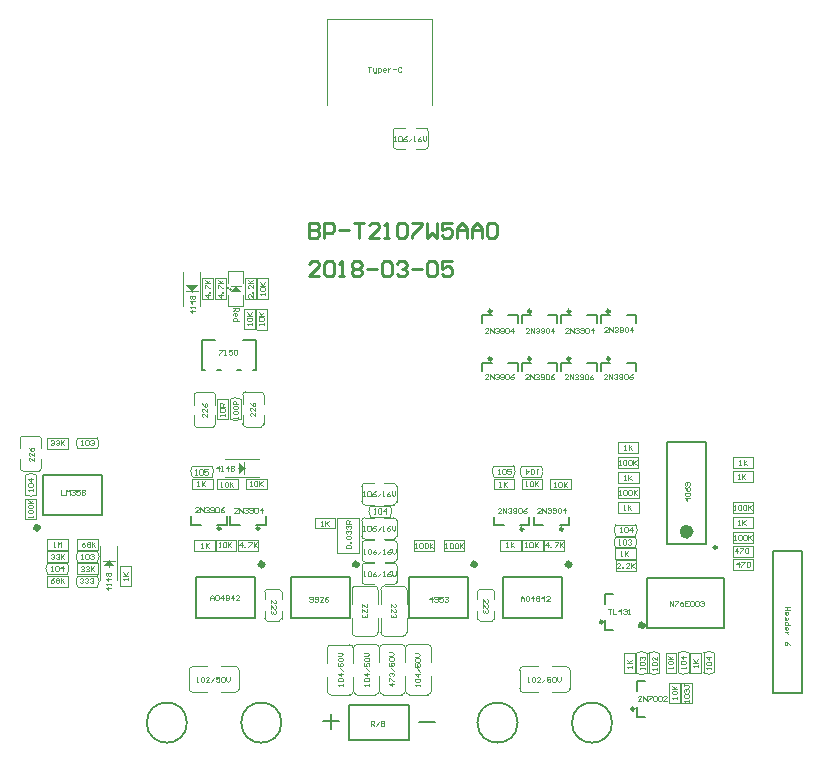
<source format=gto>
%FSLAX25Y25*%
%MOIN*%
G70*
G01*
G75*
%ADD10C,0.00787*%
%ADD11C,0.01181*%
%ADD12R,0.02756X0.04921*%
%ADD13O,0.07874X0.05906*%
%ADD14R,0.07874X0.05906*%
%ADD15C,0.11811*%
%ADD16R,0.01181X0.03347*%
%ADD17R,0.02362X0.03347*%
%ADD18R,0.03543X0.06693*%
%ADD19O,0.05906X0.07874*%
%ADD20R,0.05906X0.07874*%
%ADD21R,0.05512X0.02362*%
%ADD22R,0.03150X0.07874*%
%ADD23R,0.02362X0.07874*%
%ADD24O,0.07480X0.12992*%
%ADD25R,0.01575X0.04724*%
%ADD26R,0.03937X0.03543*%
%ADD27O,0.02362X0.05512*%
%ADD28R,0.02362X0.01969*%
%ADD29R,0.01969X0.02362*%
%ADD30R,0.04921X0.02756*%
%ADD31R,0.03543X0.03937*%
%ADD32R,0.05118X0.03150*%
%ADD33R,0.03150X0.05118*%
%ADD34R,0.03150X0.03150*%
%ADD35R,0.06693X0.03543*%
%ADD36R,0.03543X0.02362*%
G04:AMPARAMS|DCode=37|XSize=98.43mil|YSize=59.06mil|CornerRadius=14.76mil|HoleSize=0mil|Usage=FLASHONLY|Rotation=90.000|XOffset=0mil|YOffset=0mil|HoleType=Round|Shape=RoundedRectangle|*
%AMROUNDEDRECTD37*
21,1,0.09843,0.02953,0,0,90.0*
21,1,0.06890,0.05906,0,0,90.0*
1,1,0.02953,0.01476,0.03445*
1,1,0.02953,0.01476,-0.03445*
1,1,0.02953,-0.01476,-0.03445*
1,1,0.02953,-0.01476,0.03445*
%
%ADD37ROUNDEDRECTD37*%
%ADD38C,0.07874*%
%ADD39C,0.02559*%
G04:AMPARAMS|DCode=40|XSize=39.37mil|YSize=62.99mil|CornerRadius=17.72mil|HoleSize=0mil|Usage=FLASHONLY|Rotation=180.000|XOffset=0mil|YOffset=0mil|HoleType=Round|Shape=RoundedRectangle|*
%AMROUNDEDRECTD40*
21,1,0.03937,0.02756,0,0,180.0*
21,1,0.00394,0.06299,0,0,180.0*
1,1,0.03543,-0.00197,0.01378*
1,1,0.03543,0.00197,0.01378*
1,1,0.03543,0.00197,-0.01378*
1,1,0.03543,-0.00197,-0.01378*
%
%ADD40ROUNDEDRECTD40*%
G04:AMPARAMS|DCode=41|XSize=39.37mil|YSize=82.68mil|CornerRadius=17.72mil|HoleSize=0mil|Usage=FLASHONLY|Rotation=180.000|XOffset=0mil|YOffset=0mil|HoleType=Round|Shape=RoundedRectangle|*
%AMROUNDEDRECTD41*
21,1,0.03937,0.04724,0,0,180.0*
21,1,0.00394,0.08268,0,0,180.0*
1,1,0.03543,-0.00197,0.02362*
1,1,0.03543,0.00197,0.02362*
1,1,0.03543,0.00197,-0.02362*
1,1,0.03543,-0.00197,-0.02362*
%
%ADD41ROUNDEDRECTD41*%
%ADD42C,0.02362*%
%ADD43C,0.00394*%
%ADD44C,0.02362*%
%ADD45C,0.00984*%
%ADD46C,0.01969*%
%ADD47C,0.00197*%
%ADD48C,0.00500*%
%ADD49C,0.00800*%
%ADD50C,0.00591*%
%ADD51C,0.01000*%
G36*
X-44917Y100628D02*
X-46917Y98628D01*
Y102628D01*
X-44917Y100628D01*
D02*
G37*
G36*
X-88244Y67793D02*
X-92243D01*
X-90244Y69793D01*
X-88244Y67793D01*
D02*
G37*
G36*
X-46213Y159405D02*
X-49560D01*
X-47886Y161373D01*
X-46213Y159405D01*
D02*
G37*
G36*
X-50928Y160173D02*
Y160842D01*
X-50258D01*
X-50928Y160173D01*
D02*
G37*
G36*
X-62491Y159570D02*
X-64491Y161570D01*
X-60491D01*
X-62491Y159570D01*
D02*
G37*
D10*
X46063Y15748D02*
G03*
X46063Y15748I-6693J0D01*
G01*
X77559D02*
G03*
X77559Y15748I-6693J0D01*
G01*
X-32677D02*
G03*
X-32677Y15748I-6693J0D01*
G01*
X-64173D02*
G03*
X-64173Y15748I-6693J0D01*
G01*
X9764Y9885D02*
Y21696D01*
X-10000Y9885D02*
X9764D01*
X-10000D02*
Y21696D01*
X9764D01*
X95784Y109410D02*
X108874D01*
X95784Y75434D02*
X108874D01*
X95784D02*
Y109390D01*
X108874Y75434D02*
Y109390D01*
X75197Y46752D02*
X77953D01*
X75197D02*
Y49901D01*
Y58563D02*
X77953D01*
X75197Y55413D02*
Y58563D01*
X-112161Y98403D02*
X-92476D01*
Y85017D02*
X-92476Y98403D01*
X-112161Y85017D02*
X-92476Y85017D01*
X-112161Y98403D02*
X-112161Y85017D01*
X51508Y81502D02*
X54658D01*
X51508D02*
Y84258D01*
X60170Y81502D02*
X63319D01*
Y84258D01*
X-49705Y81693D02*
X-46555D01*
X-49705D02*
Y84449D01*
X-41043Y81693D02*
X-37894D01*
Y84449D01*
X38221Y81502D02*
X41371D01*
X38221D02*
Y84258D01*
X46882Y81502D02*
X50032D01*
Y84258D01*
X-62697Y81693D02*
X-59547D01*
X-62697D02*
Y84449D01*
X-54035Y81693D02*
X-50886D01*
Y84449D01*
X-9843Y64151D02*
X-9843Y50765D01*
X-29528Y64151D02*
X-9843Y64151D01*
X-29528Y50765D02*
X-29528Y64151D01*
Y50765D02*
X-9843D01*
X56135Y135729D02*
X59285D01*
Y132973D02*
Y135729D01*
X47474D02*
X50623D01*
X47474Y132973D02*
Y135729D01*
X82382Y151575D02*
X85532D01*
Y148819D02*
Y151575D01*
X73721D02*
X76870D01*
X73721Y148819D02*
Y151575D01*
X56135D02*
X59285D01*
Y148819D02*
Y151575D01*
X47474D02*
X50623D01*
X47474Y148819D02*
Y151575D01*
X82382Y135729D02*
X85532D01*
Y132973D02*
Y135729D01*
X73721D02*
X76870D01*
X73721Y132973D02*
Y135729D01*
X61024Y64151D02*
X61024Y50765D01*
X41339Y64151D02*
X61024Y64151D01*
X41339Y50765D02*
X41339Y64151D01*
Y50765D02*
X61024D01*
X29528Y64151D02*
X29528Y50765D01*
X9843Y64151D02*
X29528Y64151D01*
X9843Y50765D02*
X9843Y64151D01*
Y50765D02*
X29528D01*
X43012Y135729D02*
X46161D01*
Y132973D02*
Y135729D01*
X34350D02*
X37500D01*
X34350Y132973D02*
Y135729D01*
X69259Y151575D02*
X72408D01*
Y148819D02*
Y151575D01*
X60597D02*
X63747D01*
X60597Y148819D02*
Y151575D01*
X43012D02*
X46161D01*
Y148819D02*
Y151575D01*
X34350D02*
X37500D01*
X34350Y148819D02*
Y151575D01*
X69259Y135729D02*
X72408D01*
Y132973D02*
Y135729D01*
X60597D02*
X63747D01*
X60597Y132973D02*
Y135729D01*
X-41339Y64151D02*
X-41339Y50765D01*
X-61024Y64151D02*
X-41339Y64151D01*
X-61024Y50765D02*
X-61024Y64151D01*
Y50765D02*
X-41339D01*
X85751Y17761D02*
X88507D01*
X85751D02*
Y20910D01*
Y29572D02*
X88507D01*
X85751Y26422D02*
Y29572D01*
X13287Y15944D02*
X18535D01*
X-18701Y16140D02*
X-13453D01*
X-16077Y18764D02*
Y13517D01*
D43*
X5610Y213976D02*
G03*
X4626Y212992I0J-984D01*
G01*
Y207874D02*
G03*
X5610Y206890I984J0D01*
G01*
X16240Y212992D02*
G03*
X15256Y213976I-984J0D01*
G01*
Y206890D02*
G03*
X16240Y207874I0J984D01*
G01*
X63486Y33168D02*
G03*
X62205Y34449I-1281J0D01*
G01*
X62214Y25787D02*
G03*
X63495Y27068I0J1281D01*
G01*
X48022Y34449D02*
G03*
X46741Y33168I0J-1281D01*
G01*
X46750Y27068D02*
G03*
X48031Y25787I1281J0D01*
G01*
X-63486Y27068D02*
G03*
X-62205Y25787I1281J0D01*
G01*
X-62214Y34449D02*
G03*
X-63495Y33168I0J-1281D01*
G01*
X-48022Y25787D02*
G03*
X-46741Y27068I0J1281D01*
G01*
X-46750Y33168D02*
G03*
X-48031Y34449I-1281J0D01*
G01*
X-16064Y41690D02*
G03*
X-17345Y40409I0J-1281D01*
G01*
X-8683Y40418D02*
G03*
X-9964Y41699I-1281J0D01*
G01*
X-17345Y26226D02*
G03*
X-16064Y24945I1281J0D01*
G01*
X-9965Y24954D02*
G03*
X-8684Y26236I0J1281D01*
G01*
X-1734Y44562D02*
G03*
X-453Y45843I0J1281D01*
G01*
X-9115Y45834D02*
G03*
X-7834Y44553I1281J0D01*
G01*
X-453Y60026D02*
G03*
X-1734Y61307I-1281J0D01*
G01*
X-7834Y61298D02*
G03*
X-9115Y60017I0J-1281D01*
G01*
X-32579Y59428D02*
G03*
X-33346Y60195I-767J-0D01*
G01*
X-37520D02*
G03*
X-38287Y59428I0J-767D01*
G01*
X-33346Y49647D02*
G03*
X-32579Y50415I0J767D01*
G01*
X-38287D02*
G03*
X-37520Y49647I767J0D01*
G01*
X1284Y41840D02*
G03*
X3Y40558I0J-1281D01*
G01*
X8665Y40568D02*
G03*
X7384Y41849I-1281J0D01*
G01*
X3Y26376D02*
G03*
X1284Y25095I1281J0D01*
G01*
X7384Y25104D02*
G03*
X8665Y26385I0J1281D01*
G01*
X-7402Y41788D02*
G03*
X-8684Y40507I0J-1281D01*
G01*
X-22Y40517D02*
G03*
X-1303Y41798I-1281J0D01*
G01*
X-8684Y26325D02*
G03*
X-7403Y25043I1281J0D01*
G01*
X-1303Y25053D02*
G03*
X-22Y26334I0J1281D01*
G01*
X1714Y61298D02*
G03*
X433Y60017I0J-1281D01*
G01*
X9094Y60026D02*
G03*
X7813Y61307I-1281J0D01*
G01*
X432Y45834D02*
G03*
X1713Y44553I1281J0D01*
G01*
X7813Y44562D02*
G03*
X9094Y45843I0J1281D01*
G01*
X32579Y50415D02*
G03*
X33346Y49647I767J0D01*
G01*
X37520D02*
G03*
X38287Y50415I0J767D01*
G01*
X33346Y60195D02*
G03*
X32579Y59428I0J-767D01*
G01*
X38287D02*
G03*
X37520Y60195I-767J-0D01*
G01*
X9949Y41840D02*
G03*
X8668Y40558I0J-1281D01*
G01*
X17329Y40568D02*
G03*
X16048Y41849I-1281J0D01*
G01*
X8667Y26376D02*
G03*
X9948Y25095I1281J0D01*
G01*
X16048Y25104D02*
G03*
X17329Y26385I0J1281D01*
G01*
X-4784Y68875D02*
G03*
X-5768Y67891I0J-984D01*
G01*
Y62773D02*
G03*
X-4784Y61788I984J0D01*
G01*
X5846Y67891D02*
G03*
X4862Y68875I-984J0D01*
G01*
Y61788D02*
G03*
X5846Y62773I0J984D01*
G01*
X-4784Y76454D02*
G03*
X-5768Y75469I0J-984D01*
G01*
Y70351D02*
G03*
X-4784Y69367I984J0D01*
G01*
X5846Y75469D02*
G03*
X4862Y76454I-984J0D01*
G01*
Y69367D02*
G03*
X5846Y70351I0J984D01*
G01*
X-61756Y115180D02*
G03*
X-60772Y114196I984J0D01*
G01*
X-55654D02*
G03*
X-54670Y115180I0J984D01*
G01*
X-60772Y125810D02*
G03*
X-61756Y124826I0J-984D01*
G01*
X-54670D02*
G03*
X-55654Y125810I-984J0D01*
G01*
X-45615Y115377D02*
G03*
X-44631Y114392I984J0D01*
G01*
X-39512D02*
G03*
X-38528Y115377I0J984D01*
G01*
X-44631Y126007D02*
G03*
X-45615Y125022I0J-984D01*
G01*
X-38528D02*
G03*
X-39512Y126007I-984J0D01*
G01*
X-4921Y95472D02*
G03*
X-5906Y94488I0J-984D01*
G01*
Y89370D02*
G03*
X-4921Y88386I984J0D01*
G01*
X5709Y94488D02*
G03*
X4724Y95472I-984J0D01*
G01*
Y88386D02*
G03*
X5709Y89370I0J984D01*
G01*
X-4921Y84055D02*
G03*
X-5906Y83071I0J-984D01*
G01*
Y77953D02*
G03*
X-4921Y76968I984J0D01*
G01*
X5709Y83071D02*
G03*
X4724Y84055I-984J0D01*
G01*
Y76968D02*
G03*
X5709Y77953I0J984D01*
G01*
X-112653Y110214D02*
G03*
X-113637Y111198I-984J0D01*
G01*
X-118755D02*
G03*
X-119739Y110214I0J-984D01*
G01*
X-113637Y99584D02*
G03*
X-112653Y100568I0J984D01*
G01*
X-119739D02*
G03*
X-118755Y99584I984J0D01*
G01*
X5610Y213976D02*
X8661D01*
X4626Y207775D02*
Y212992D01*
X5610Y206890D02*
X8661D01*
X12205Y213976D02*
X15256D01*
X16240Y207874D02*
Y213090D01*
X12205Y206890D02*
X15256D01*
X17617Y221489D02*
Y250426D01*
X-17580Y221489D02*
Y250426D01*
X17617D01*
X63486Y26967D02*
Y33168D01*
X57480Y25786D02*
X62214Y25787D01*
X57480Y34450D02*
X62205Y34449D01*
X48031Y25787D02*
X52756Y25786D01*
X48022Y34449D02*
X52756Y34450D01*
X46750Y27068D02*
Y33269D01*
X-63486Y27068D02*
Y33269D01*
X-62214Y34449D02*
X-57480Y34450D01*
X-62205Y25787D02*
X-57480Y25786D01*
X-52756Y34450D02*
X-48031Y34449D01*
X-52756Y25786D02*
X-48022Y25787D01*
X-46750Y26967D02*
Y33168D01*
X-14036Y72418D02*
X-6949D01*
X-6949Y84032D02*
X-6949Y72418D01*
X-14036Y84032D02*
X-6949D01*
X-14036Y72418D02*
Y84032D01*
X-45117Y98628D02*
Y102528D01*
X-47117Y100628D02*
X-44717D01*
X-51403Y103482D02*
X-40068D01*
X-51403Y97774D02*
X-40068D01*
X-44358Y103482D02*
X-40835D01*
X-44358Y97774D02*
X-40835D01*
X-50636Y103482D02*
X-47114D01*
X-50636Y97774D02*
X-47114D01*
X-64491Y159770D02*
X-60591D01*
X-62491Y159370D02*
Y161770D01*
X-59636Y154722D02*
Y166057D01*
X-65345Y154722D02*
Y166057D01*
X-59636Y155489D02*
Y159011D01*
X-65345Y155489D02*
Y159011D01*
X-59636Y161767D02*
Y165289D01*
X-65345Y161767D02*
Y165289D01*
X-50317Y154484D02*
X-45593D01*
X-50317Y166295D02*
X-45593D01*
Y162358D02*
Y166295D01*
X-50317Y162358D02*
Y166295D01*
X-49924Y160716D02*
X-49307Y160254D01*
X-49519Y161201D02*
X-46233D01*
X-50593Y160507D02*
X-49924Y160005D01*
Y160716D01*
X-45593Y154484D02*
Y158421D01*
X-50317Y154484D02*
Y158421D01*
X-92143Y69593D02*
X-88244D01*
X-90244Y67593D02*
Y69993D01*
X-93098Y63306D02*
Y74641D01*
X-87389Y63306D02*
Y74641D01*
X-93098Y70352D02*
Y73874D01*
X-87389Y70352D02*
Y73874D01*
X-93098Y64074D02*
Y67596D01*
X-87389Y64074D02*
Y67596D01*
X-16064Y41690D02*
X-9863D01*
X-8683Y40418D02*
X-8682Y35684D01*
X-17346D02*
X-17345Y40409D01*
X-8683Y26236D02*
X-8682Y30960D01*
X-17346D02*
X-17345Y26226D01*
X-16165Y24954D02*
X-9965D01*
X-7935Y44562D02*
X-1734D01*
X-9116Y50568D02*
X-9115Y45834D01*
X-453Y45843D02*
X-452Y50568D01*
X-9116Y55292D02*
X-9115Y60017D01*
X-453Y60026D02*
X-452Y55292D01*
X-7834Y61298D02*
X-1633D01*
X-32579Y56988D02*
Y59428D01*
X-37520Y60195D02*
X-33366D01*
X-38287Y56988D02*
Y59428D01*
X-32579Y50415D02*
Y52854D01*
X-37500Y49647D02*
X-33346D01*
X-38287Y50415D02*
Y52854D01*
X1284Y41840D02*
X7485D01*
X8665Y40568D02*
X8666Y35834D01*
X2D02*
X3Y40558D01*
X8665Y26385D02*
X8666Y31110D01*
X2D02*
X3Y26376D01*
X1183Y25104D02*
X7384D01*
X-7402Y41788D02*
X-1202D01*
X-22Y40517D02*
X-21Y35783D01*
X-8685D02*
X-8684Y40507D01*
X-22Y26334D02*
X-21Y31058D01*
X-8685D02*
X-8684Y26325D01*
X-7504Y25053D02*
X-1303D01*
X1714Y61298D02*
X7914D01*
X9094Y60026D02*
X9095Y55292D01*
X431D02*
X432Y60017D01*
X9094Y45843D02*
X9095Y50568D01*
X431D02*
X432Y45834D01*
X1612Y44562D02*
X7813D01*
X32579Y50415D02*
Y52854D01*
X33366Y49647D02*
X37520D01*
X38287Y50415D02*
Y52854D01*
X32579Y56988D02*
Y59428D01*
X33346Y60195D02*
X37500D01*
X38287Y56988D02*
Y59428D01*
X9949Y41840D02*
X16149D01*
X17329Y40568D02*
X17330Y35834D01*
X8666D02*
X8667Y40558D01*
X17329Y26385D02*
X17330Y31110D01*
X8666D02*
X8667Y26376D01*
X9847Y25104D02*
X16048D01*
X-4784Y68875D02*
X-1733D01*
X-5768Y62674D02*
Y67891D01*
X-4784Y61788D02*
X-1733D01*
X1811Y68875D02*
X4862D01*
X5846Y62773D02*
Y67989D01*
X1811Y61788D02*
X4862D01*
X-4784Y76454D02*
X-1733D01*
X-5768Y70253D02*
Y75469D01*
X-4784Y69367D02*
X-1733D01*
X1811Y76454D02*
X4862D01*
X5846Y70351D02*
Y75568D01*
X1811Y69367D02*
X4862D01*
X-61757Y115180D02*
Y118231D01*
X-60772Y114196D02*
X-55556D01*
X-54670Y115180D02*
Y118231D01*
X-61757Y121774D02*
Y124826D01*
X-60871Y125810D02*
X-55654D01*
X-54670Y121774D02*
Y124826D01*
X-45615Y115377D02*
Y118428D01*
X-44631Y114392D02*
X-39414D01*
X-38528Y115377D02*
Y118428D01*
X-45615Y121971D02*
Y125022D01*
X-44729Y126006D02*
X-39512D01*
X-38528Y121971D02*
Y125022D01*
X-4921Y95472D02*
X-1870D01*
X-5906Y89271D02*
Y94488D01*
X-4921Y88386D02*
X-1870D01*
X1673Y95472D02*
X4724D01*
X5709Y89370D02*
Y94586D01*
X1673Y88386D02*
X4724D01*
X-4921Y84055D02*
X-1870D01*
X-5906Y77854D02*
Y83071D01*
X-4921Y76968D02*
X-1870D01*
X1673Y84055D02*
X4724D01*
X5709Y77953D02*
Y83169D01*
X1673Y76968D02*
X4724D01*
X-112653Y107163D02*
Y110214D01*
X-118854Y111198D02*
X-113637D01*
X-119740Y107163D02*
Y110214D01*
X-112653Y100568D02*
Y103620D01*
X-118755Y99584D02*
X-113539D01*
X-119740Y100568D02*
Y103620D01*
D44*
X103559Y79371D02*
G03*
X103559Y79371I-1181J0D01*
G01*
D45*
X112417Y74075D02*
G03*
X112417Y74075I-492J0D01*
G01*
X74409Y49311D02*
G03*
X74409Y49311I-492J0D01*
G01*
X61252Y80222D02*
G03*
X61252Y80222I-492J0D01*
G01*
X-39961Y80413D02*
G03*
X-39961Y80413I-492J0D01*
G01*
X47965Y80222D02*
G03*
X47965Y80222I-492J0D01*
G01*
X-52953Y80413D02*
G03*
X-52953Y80413I-492J0D01*
G01*
X50525Y137008D02*
G03*
X50525Y137008I-492J0D01*
G01*
X76772Y152855D02*
G03*
X76772Y152855I-492J0D01*
G01*
X50525D02*
G03*
X50525Y152855I-492J0D01*
G01*
X76772Y137008D02*
G03*
X76772Y137008I-492J0D01*
G01*
X37402D02*
G03*
X37402Y137008I-492J0D01*
G01*
X63648Y152855D02*
G03*
X63648Y152855I-492J0D01*
G01*
X37402D02*
G03*
X37402Y152855I-492J0D01*
G01*
X63648Y137008D02*
G03*
X63648Y137008I-492J0D01*
G01*
X84963Y20320D02*
G03*
X84963Y20320I-492J0D01*
G01*
D46*
X87876Y48152D02*
G03*
X87876Y48152I-423J0D01*
G01*
X-113736Y80686D02*
G03*
X-113736Y80686I-423J0D01*
G01*
X-7422Y68481D02*
G03*
X-7422Y68481I-423J0D01*
G01*
X63444D02*
G03*
X63444Y68481I-423J0D01*
G01*
X31948D02*
G03*
X31948Y68481I-423J0D01*
G01*
X-38918D02*
G03*
X-38918Y68481I-423J0D01*
G01*
D47*
X85384Y78149D02*
G03*
X85409Y81680I-2596J1784D01*
G01*
X78795Y81683D02*
G03*
X78804Y78101I2596J-1784D01*
G01*
X44712Y97790D02*
G03*
X44737Y101321I-2596J1784D01*
G01*
X38123Y101324D02*
G03*
X38133Y97742I2596J-1784D01*
G01*
X-55780Y97790D02*
G03*
X-55755Y101321I-2596J1784D01*
G01*
X-62369Y101324D02*
G03*
X-62359Y97742I2596J-1784D01*
G01*
X47414Y101256D02*
G03*
X47389Y97726I2596J-1784D01*
G01*
X54003Y97723D02*
G03*
X53993Y101305I-2596J1784D01*
G01*
X-49793Y116925D02*
G03*
X-46262Y116899I1784J2596D01*
G01*
X-46260Y123514D02*
G03*
X-49842Y123504I-1784J-2596D01*
G01*
X-2980Y87938D02*
G03*
X-3005Y84407I2596J-1784D01*
G01*
X3610Y84404D02*
G03*
X3600Y87987I-2596J1784D01*
G01*
X111582Y38949D02*
G03*
X108052Y38974I-1784J-2596D01*
G01*
X108049Y32360D02*
G03*
X111631Y32370I1784J2596D01*
G01*
X93275Y38850D02*
G03*
X89745Y38875I-1784J-2596D01*
G01*
X89742Y32261D02*
G03*
X93324Y32271I1784J2596D01*
G01*
X99584Y32399D02*
G03*
X103115Y32374I1784J2596D01*
G01*
X103118Y38988D02*
G03*
X99536Y38978I-1784J-2596D01*
G01*
X78736Y77647D02*
G03*
X78710Y74117I2596J-1784D01*
G01*
X85325Y74114D02*
G03*
X85315Y77696I-2596J1784D01*
G01*
X-110613Y68821D02*
G03*
X-110638Y65291I2596J-1784D01*
G01*
X-104024Y65288D02*
G03*
X-104034Y68870I-2596J1784D01*
G01*
X89141Y38850D02*
G03*
X85611Y38875I-1784J-2596D01*
G01*
X85608Y32261D02*
G03*
X89190Y32271I1784J2596D01*
G01*
X-100573Y64589D02*
G03*
X-100599Y61058I2596J-1784D01*
G01*
X-93984Y61056D02*
G03*
X-93994Y64638I-2596J1784D01*
G01*
X-100573Y72758D02*
G03*
X-100599Y69228I2596J-1784D01*
G01*
X-93984Y69225D02*
G03*
X-93994Y72807I-2596J1784D01*
G01*
X-100573Y110652D02*
G03*
X-100599Y107122I2596J-1784D01*
G01*
X-93984Y107119D02*
G03*
X-93994Y110701I-2596J1784D01*
G01*
X-117914Y91683D02*
G03*
X-114383Y91658I1784J2596D01*
G01*
X-114381Y98272D02*
G03*
X-117963Y98262I-1784J-2596D01*
G01*
X104283Y22234D02*
Y29034D01*
X100683Y22234D02*
X104283D01*
X100683D02*
Y29059D01*
X104274D01*
X79595Y89245D02*
X86395D01*
Y85646D02*
Y89245D01*
X79570Y85646D02*
X86395D01*
X79570D02*
Y89237D01*
X79595Y94265D02*
X86395D01*
Y90665D02*
Y94265D01*
X79570Y90665D02*
X86395D01*
X79570D02*
Y94257D01*
X79595Y99186D02*
X86395D01*
Y95587D02*
Y99186D01*
X79570Y95587D02*
X86395D01*
X79570D02*
Y99178D01*
X79496Y109226D02*
X86296D01*
Y105626D02*
Y109226D01*
X79471Y105626D02*
X86296D01*
X79471D02*
Y109217D01*
X79496Y104206D02*
X86296D01*
Y100606D02*
Y104206D01*
X79471Y100606D02*
X86296D01*
X79471D02*
Y104198D01*
X47387Y93481D02*
X54187D01*
X47387D02*
Y97081D01*
X54213D01*
Y93490D02*
Y97081D01*
X-54057Y93481D02*
X-47257D01*
X-54057D02*
Y97081D01*
X-47232D01*
Y93490D02*
Y97081D01*
X117784Y100606D02*
X124584D01*
X117784D02*
Y104206D01*
X124609D01*
Y100615D02*
Y104206D01*
X117784Y85646D02*
X124584D01*
X117784D02*
Y89245D01*
X124609D01*
Y85654D02*
Y89245D01*
X117809Y99482D02*
X124609D01*
Y95882D02*
Y99482D01*
X117784Y95882D02*
X124609D01*
X117784D02*
Y99473D01*
X56935Y97081D02*
X63735D01*
Y93481D02*
Y97081D01*
X56910Y93481D02*
X63735D01*
X56910D02*
Y97073D01*
X-44412Y97081D02*
X-37611D01*
Y93481D02*
Y97081D01*
X-44437Y93481D02*
X-37611D01*
X-44437D02*
Y97073D01*
X117784Y80626D02*
X124584D01*
X117784D02*
Y84226D01*
X124609D01*
Y80634D02*
Y84226D01*
X117784Y75606D02*
X124584D01*
X117784D02*
Y79206D01*
X124609D01*
Y75615D02*
Y79206D01*
X54868Y73102D02*
X61668D01*
X54868D02*
Y76702D01*
X61693D01*
Y73110D02*
Y76702D01*
X-47298Y73102D02*
X-40498D01*
X-47298D02*
Y76702D01*
X-40472D01*
Y73110D02*
Y76702D01*
X38069Y97081D02*
X44869D01*
Y93481D02*
Y97081D01*
X38044Y93481D02*
X44869D01*
X38044D02*
Y97073D01*
X-62423Y97081D02*
X-55623D01*
Y93481D02*
Y97081D01*
X-62448Y93481D02*
X-55623D01*
X-62448D02*
Y97073D01*
X40301Y76702D02*
X47101D01*
Y73102D02*
Y76702D01*
X40276Y73102D02*
X47101D01*
X40276D02*
Y76693D01*
X-61668Y76702D02*
X-54868D01*
Y73102D02*
Y76702D01*
X-61693Y73102D02*
X-54868D01*
X-61693D02*
Y76693D01*
X47584Y76702D02*
X54384D01*
Y73102D02*
Y76702D01*
X47559Y73102D02*
X54384D01*
X47559D02*
Y76693D01*
X-54483Y76702D02*
X-47683D01*
Y73102D02*
Y76702D01*
X-54508Y73102D02*
X-47683D01*
X-54508D02*
Y76693D01*
X11501Y72910D02*
X18301D01*
X11501D02*
Y76510D01*
X18326D01*
Y72919D02*
Y76510D01*
X21541D02*
X28340D01*
Y72910D02*
Y76510D01*
X21515Y72910D02*
X28340D01*
X21515D02*
Y76502D01*
X-41507Y146797D02*
Y153597D01*
X-45107Y146797D02*
X-41507D01*
X-45107D02*
Y153622D01*
X-41516D01*
X-41234Y156989D02*
Y163789D01*
X-44834Y156989D02*
X-41234D01*
X-44834D02*
Y163814D01*
X-41243D01*
X-50606Y116799D02*
Y123600D01*
X-54206Y116799D02*
X-50606D01*
X-54206D02*
Y123625D01*
X-50615D01*
X-40700Y156989D02*
Y163789D01*
X-37100D01*
Y156964D02*
Y163789D01*
X-40691Y156964D02*
X-37100D01*
X-54775Y156989D02*
Y163789D01*
X-51175D01*
Y156964D02*
Y163789D01*
X-54766Y156964D02*
X-51175D01*
X-55407Y156989D02*
Y163789D01*
X-59007Y156989D02*
X-55407D01*
X-59007D02*
Y163814D01*
X-55416D01*
X-40973Y146797D02*
Y153597D01*
X-37373D01*
Y146772D02*
Y153597D01*
X-40965Y146772D02*
X-37373D01*
X117784Y66649D02*
X124584D01*
X117784D02*
Y70249D01*
X124609D01*
Y66658D02*
Y70249D01*
X117784Y71079D02*
X124584D01*
X117784D02*
Y74679D01*
X124609D01*
Y71087D02*
Y74679D01*
X100247Y22234D02*
Y29034D01*
X96647Y22234D02*
X100247D01*
X96647D02*
Y29059D01*
X100239D01*
X-110738Y64671D02*
X-103938D01*
Y61071D02*
Y64671D01*
X-110763Y61071D02*
X-103938D01*
X-110763D02*
Y64663D01*
X107236Y32274D02*
Y39074D01*
X103636Y32274D02*
X107236D01*
X103636D02*
Y39099D01*
X107227D01*
X78610Y73793D02*
X85410D01*
Y70193D02*
Y73793D01*
X78585Y70193D02*
X85410D01*
X78585D02*
Y73784D01*
X95368Y32274D02*
Y39074D01*
X98968D01*
Y32249D02*
Y39074D01*
X95377Y32249D02*
X98968D01*
X-110738Y73276D02*
X-103938D01*
X-110738D02*
Y76876D01*
X-103913D01*
Y73285D02*
Y76876D01*
X-100699Y73276D02*
X-93899D01*
X-100699D02*
Y76876D01*
X-93873D01*
Y73285D02*
Y76876D01*
X-110738Y69241D02*
X-103938D01*
X-110738D02*
Y72841D01*
X-103913D01*
Y69249D02*
Y72841D01*
X81687Y32175D02*
Y38975D01*
X85287D01*
Y32150D02*
Y38975D01*
X81695Y32150D02*
X85287D01*
X-117996Y83586D02*
Y90386D01*
X-114396D01*
Y83560D02*
Y90386D01*
X-117988Y83560D02*
X-114396D01*
X-100699Y65304D02*
X-93899D01*
X-100699D02*
Y68904D01*
X-93873D01*
Y65312D02*
Y68904D01*
X78709Y66256D02*
X85509D01*
X78709D02*
Y69856D01*
X85534D01*
Y66265D02*
Y69856D01*
X-86544Y61265D02*
Y68065D01*
X-82944D01*
Y61240D02*
Y68065D01*
X-86535Y61240D02*
X-82944D01*
X-110738Y110636D02*
X-103938D01*
Y107036D02*
Y110636D01*
X-110763Y107036D02*
X-103938D01*
X-110763D02*
Y110627D01*
X-21510Y80483D02*
X-14710D01*
X-21510D02*
Y84083D01*
X-14685D01*
Y80492D02*
Y84083D01*
X78893Y78083D02*
X85337Y78082D01*
X78814Y81683D02*
X85411Y81683D01*
X38221Y97724D02*
X44665Y97723D01*
X38143Y101324D02*
X44739Y101324D01*
X-62271Y97724D02*
X-55827Y97723D01*
X-62350Y101324D02*
X-55753Y101324D01*
X47461Y101324D02*
X53905Y101323D01*
X47387Y97723D02*
X53983Y97723D01*
X-49860Y116971D02*
X-49860Y123415D01*
X-46260Y116897D02*
X-46260Y123494D01*
X-2933Y88005D02*
X3511Y88005D01*
X-3007Y84405D02*
X3590Y84404D01*
X111649Y32458D02*
X111649Y38902D01*
X108049Y32379D02*
X108049Y38976D01*
X93342Y32360D02*
X93342Y38804D01*
X89742Y32281D02*
X89742Y38878D01*
X99517Y32445D02*
X99518Y38890D01*
X103118Y32372D02*
X103118Y38968D01*
X78782Y77715D02*
X85226Y77714D01*
X78708Y74114D02*
X85305Y74114D01*
X-110566Y68888D02*
X-104122Y68888D01*
X-110640Y65288D02*
X-104043Y65288D01*
X89208Y32360D02*
X89208Y38804D01*
X85608Y32281D02*
X85608Y38878D01*
X-100527Y64656D02*
X-94083Y64656D01*
X-100601Y61056D02*
X-94004Y61056D01*
X-100527Y72825D02*
X-94083Y72825D01*
X-100601Y69225D02*
X-94004Y69225D01*
X-100527Y110719D02*
X-94083Y110719D01*
X-100601Y107119D02*
X-94004Y107119D01*
X-117981Y91730D02*
X-117981Y98174D01*
X-114381Y91656D02*
X-114381Y98252D01*
X-115409Y92990D02*
Y93554D01*
Y93272D01*
X-117101D01*
X-116819Y92990D01*
Y94400D02*
X-117101Y94682D01*
Y95246D01*
X-116819Y95528D01*
X-115691D01*
X-115409Y95246D01*
Y94682D01*
X-115691Y94400D01*
X-116819D01*
X-115409Y96938D02*
X-117101D01*
X-116255Y96092D01*
Y97220D01*
X-99464Y108246D02*
X-98900D01*
X-99182D01*
Y109938D01*
X-99464Y109656D01*
X-98054D02*
X-97772Y109938D01*
X-97207D01*
X-96925Y109656D01*
Y108528D01*
X-97207Y108246D01*
X-97772D01*
X-98054Y108528D01*
Y109656D01*
X-96361D02*
X-96079Y109938D01*
X-95515D01*
X-95233Y109656D01*
Y109374D01*
X-95515Y109092D01*
X-95797D01*
X-95515D01*
X-95233Y108810D01*
Y108528D01*
X-95515Y108246D01*
X-96079D01*
X-96361Y108528D01*
X-99464Y70352D02*
X-98900D01*
X-99182D01*
Y72044D01*
X-99464Y71762D01*
X-98054D02*
X-97772Y72044D01*
X-97207D01*
X-96925Y71762D01*
Y70634D01*
X-97207Y70352D01*
X-97772D01*
X-98054Y70634D01*
Y71762D01*
X-96361D02*
X-96079Y72044D01*
X-95515D01*
X-95233Y71762D01*
Y71480D01*
X-95515Y71198D01*
X-95797D01*
X-95515D01*
X-95233Y70916D01*
Y70634D01*
X-95515Y70352D01*
X-96079D01*
X-96361Y70634D01*
X-99858Y63593D02*
X-99576Y63875D01*
X-99011D01*
X-98729Y63593D01*
Y63311D01*
X-99011Y63029D01*
X-99294D01*
X-99011D01*
X-98729Y62747D01*
Y62464D01*
X-99011Y62182D01*
X-99576D01*
X-99858Y62464D01*
X-98165Y63593D02*
X-97883Y63875D01*
X-97319D01*
X-97037Y63593D01*
Y63311D01*
X-97319Y63029D01*
X-97601D01*
X-97319D01*
X-97037Y62747D01*
Y62464D01*
X-97319Y62182D01*
X-97883D01*
X-98165Y62464D01*
X-96473Y63593D02*
X-96191Y63875D01*
X-95627D01*
X-95345Y63593D01*
Y63311D01*
X-95627Y63029D01*
X-95909D01*
X-95627D01*
X-95345Y62747D01*
Y62464D01*
X-95627Y62182D01*
X-96191D01*
X-96473Y62464D01*
X-115212Y104059D02*
Y102930D01*
X-116340Y104059D01*
X-116622D01*
X-116904Y103777D01*
Y103213D01*
X-116622Y102930D01*
X-115212Y105751D02*
Y104623D01*
X-116340Y105751D01*
X-116622D01*
X-116904Y105469D01*
Y104905D01*
X-116622Y104623D01*
X-116904Y107443D02*
X-116622Y106879D01*
X-116058Y106315D01*
X-115494D01*
X-115212Y106597D01*
Y107161D01*
X-115494Y107443D01*
X-115776D01*
X-116058Y107161D01*
Y106315D01*
X88408Y33509D02*
Y34073D01*
Y33791D01*
X86716D01*
X86998Y33509D01*
Y34919D02*
X86716Y35201D01*
Y35765D01*
X86998Y36047D01*
X88126D01*
X88408Y35765D01*
Y35201D01*
X88126Y34919D01*
X86998D01*
Y36611D02*
X86716Y36893D01*
Y37457D01*
X86998Y37739D01*
X87280D01*
X87562Y37457D01*
Y37175D01*
Y37457D01*
X87844Y37739D01*
X88126D01*
X88408Y37457D01*
Y36893D01*
X88126Y36611D01*
X-109503Y66316D02*
X-108939D01*
X-109221D01*
Y68009D01*
X-109503Y67727D01*
X-108093D02*
X-107811Y68009D01*
X-107247D01*
X-106965Y67727D01*
Y66598D01*
X-107247Y66316D01*
X-107811D01*
X-108093Y66598D01*
Y67727D01*
X-105554Y66316D02*
Y68009D01*
X-106401Y67163D01*
X-105272D01*
X79724Y75098D02*
X80288D01*
X80006D01*
Y76791D01*
X79724Y76509D01*
X81135D02*
X81417Y76791D01*
X81981D01*
X82263Y76509D01*
Y75380D01*
X81981Y75098D01*
X81417D01*
X81135Y75380D01*
Y76509D01*
X82827D02*
X83109Y76791D01*
X83673D01*
X83955Y76509D01*
Y76227D01*
X83673Y75945D01*
X83391D01*
X83673D01*
X83955Y75662D01*
Y75380D01*
X83673Y75098D01*
X83109D01*
X82827Y75380D01*
X102089Y33804D02*
Y34368D01*
Y34086D01*
X100397D01*
X100679Y33804D01*
Y35214D02*
X100397Y35496D01*
Y36060D01*
X100679Y36342D01*
X101807D01*
X102089Y36060D01*
Y35496D01*
X101807Y35214D01*
X100679D01*
X102089Y37753D02*
X100397D01*
X101243Y36906D01*
Y38035D01*
X92444Y33410D02*
Y33974D01*
Y33692D01*
X90751D01*
X91033Y33410D01*
Y34820D02*
X90751Y35102D01*
Y35666D01*
X91033Y35949D01*
X92161D01*
X92444Y35666D01*
Y35102D01*
X92161Y34820D01*
X91033D01*
X92444Y37641D02*
Y36513D01*
X91315Y37641D01*
X91033D01*
X90751Y37359D01*
Y36795D01*
X91033Y36513D01*
X110652Y33509D02*
Y34073D01*
Y33791D01*
X108960D01*
X109242Y33509D01*
Y34919D02*
X108960Y35201D01*
Y35765D01*
X109242Y36047D01*
X110370D01*
X110652Y35765D01*
Y35201D01*
X110370Y34919D01*
X109242D01*
X110652Y37457D02*
X108960D01*
X109806Y36611D01*
Y37739D01*
X-5413Y79724D02*
X-4849D01*
X-5131D01*
Y81417D01*
X-5413Y81135D01*
X-4003D02*
X-3721Y81417D01*
X-3157D01*
X-2875Y81135D01*
Y80006D01*
X-3157Y79724D01*
X-3721D01*
X-4003Y80006D01*
Y81135D01*
X-1182Y81417D02*
X-1747Y81135D01*
X-2311Y80571D01*
Y80006D01*
X-2029Y79724D01*
X-1465D01*
X-1182Y80006D01*
Y80288D01*
X-1465Y80571D01*
X-2311D01*
X-618Y79724D02*
X510Y80853D01*
X1074Y79724D02*
X1638D01*
X1356D01*
Y81417D01*
X1074Y81135D01*
X3613Y81417D02*
X3048Y81135D01*
X2484Y80571D01*
Y80006D01*
X2766Y79724D01*
X3331D01*
X3613Y80006D01*
Y80288D01*
X3331Y80571D01*
X2484D01*
X4177Y81417D02*
Y80288D01*
X4741Y79724D01*
X5305Y80288D01*
Y81417D01*
X-5413Y91142D02*
X-4849D01*
X-5131D01*
Y92834D01*
X-5413Y92552D01*
X-4003D02*
X-3721Y92834D01*
X-3157D01*
X-2875Y92552D01*
Y91424D01*
X-3157Y91142D01*
X-3721D01*
X-4003Y91424D01*
Y92552D01*
X-1182Y92834D02*
X-1747Y92552D01*
X-2311Y91988D01*
Y91424D01*
X-2029Y91142D01*
X-1465D01*
X-1182Y91424D01*
Y91706D01*
X-1465Y91988D01*
X-2311D01*
X-618Y91142D02*
X510Y92270D01*
X1074Y91142D02*
X1638D01*
X1356D01*
Y92834D01*
X1074Y92552D01*
X3613Y92834D02*
X3048Y92552D01*
X2484Y91988D01*
Y91424D01*
X2766Y91142D01*
X3331D01*
X3613Y91424D01*
Y91706D01*
X3331Y91988D01*
X2484D01*
X4177Y92834D02*
Y91706D01*
X4741Y91142D01*
X5305Y91706D01*
Y92834D01*
X-1870Y85433D02*
X-1306D01*
X-1588D01*
Y87125D01*
X-1870Y86843D01*
X-460D02*
X-178Y87125D01*
X386D01*
X668Y86843D01*
Y85715D01*
X386Y85433D01*
X-178D01*
X-460Y85715D01*
Y86843D01*
X2079Y85433D02*
Y87125D01*
X1233Y86279D01*
X2361D01*
X-41339Y119042D02*
Y117913D01*
X-42467Y119042D01*
X-42749D01*
X-43031Y118760D01*
Y118195D01*
X-42749Y117913D01*
X-41339Y120734D02*
Y119606D01*
X-42467Y120734D01*
X-42749D01*
X-43031Y120452D01*
Y119888D01*
X-42749Y119606D01*
X-43031Y122426D02*
X-42749Y121862D01*
X-42185Y121298D01*
X-41621D01*
X-41339Y121580D01*
Y122144D01*
X-41621Y122426D01*
X-41903D01*
X-42185Y122144D01*
Y121298D01*
X-57382Y118746D02*
Y117618D01*
X-58510Y118746D01*
X-58792D01*
X-59074Y118464D01*
Y117900D01*
X-58792Y117618D01*
X-57382Y120439D02*
Y119310D01*
X-58510Y120439D01*
X-58792D01*
X-59074Y120157D01*
Y119592D01*
X-58792Y119310D01*
X-59074Y122131D02*
X-58792Y121567D01*
X-58228Y121003D01*
X-57664D01*
X-57382Y121285D01*
Y121849D01*
X-57664Y122131D01*
X-57946D01*
X-58228Y121849D01*
Y121003D01*
X-47146Y117126D02*
Y117690D01*
Y117408D01*
X-48838D01*
X-48556Y117126D01*
Y118536D02*
X-48838Y118818D01*
Y119383D01*
X-48556Y119665D01*
X-47428D01*
X-47146Y119383D01*
Y118818D01*
X-47428Y118536D01*
X-48556D01*
Y120229D02*
X-48838Y120511D01*
Y121075D01*
X-48556Y121357D01*
X-47428D01*
X-47146Y121075D01*
Y120511D01*
X-47428Y120229D01*
X-48556D01*
X-47146Y121921D02*
X-48838D01*
Y122767D01*
X-48556Y123049D01*
X-47992D01*
X-47710Y122767D01*
Y121921D01*
X-5276Y71926D02*
X-4712D01*
X-4994D01*
Y73619D01*
X-5276Y73336D01*
X-3866D02*
X-3584Y73619D01*
X-3020D01*
X-2737Y73336D01*
Y72208D01*
X-3020Y71926D01*
X-3584D01*
X-3866Y72208D01*
Y73336D01*
X-1045Y73619D02*
X-1609Y73336D01*
X-2173Y72772D01*
Y72208D01*
X-1891Y71926D01*
X-1327D01*
X-1045Y72208D01*
Y72490D01*
X-1327Y72772D01*
X-2173D01*
X-481Y71926D02*
X647Y73054D01*
X1211Y71926D02*
X1775D01*
X1493D01*
Y73619D01*
X1211Y73336D01*
X3750Y73619D02*
X3186Y73336D01*
X2622Y72772D01*
Y72208D01*
X2904Y71926D01*
X3468D01*
X3750Y72208D01*
Y72490D01*
X3468Y72772D01*
X2622D01*
X4314Y73619D02*
Y72490D01*
X4878Y71926D01*
X5442Y72490D01*
Y73619D01*
X-5276Y64446D02*
X-4712D01*
X-4994D01*
Y66138D01*
X-5276Y65856D01*
X-3866D02*
X-3584Y66138D01*
X-3020D01*
X-2737Y65856D01*
Y64728D01*
X-3020Y64446D01*
X-3584D01*
X-3866Y64728D01*
Y65856D01*
X-1045Y66138D02*
X-1609Y65856D01*
X-2173Y65292D01*
Y64728D01*
X-1891Y64446D01*
X-1327D01*
X-1045Y64728D01*
Y65010D01*
X-1327Y65292D01*
X-2173D01*
X-481Y64446D02*
X647Y65574D01*
X1211Y64446D02*
X1775D01*
X1493D01*
Y66138D01*
X1211Y65856D01*
X3750Y66138D02*
X3186Y65856D01*
X2622Y65292D01*
Y64728D01*
X2904Y64446D01*
X3468D01*
X3750Y64728D01*
Y65010D01*
X3468Y65292D01*
X2622D01*
X4314Y66138D02*
Y65010D01*
X4878Y64446D01*
X5442Y65010D01*
Y66138D01*
X13583Y27854D02*
Y28418D01*
Y28136D01*
X11890D01*
X12172Y27854D01*
Y29265D02*
X11890Y29547D01*
Y30111D01*
X12172Y30393D01*
X13301D01*
X13583Y30111D01*
Y29547D01*
X13301Y29265D01*
X12172D01*
X13583Y31803D02*
X11890D01*
X12736Y30957D01*
Y32085D01*
X13583Y32649D02*
X12454Y33778D01*
X11890Y35470D02*
Y34342D01*
X12736D01*
X12454Y34906D01*
Y35188D01*
X12736Y35470D01*
X13301D01*
X13583Y35188D01*
Y34624D01*
X13301Y34342D01*
X12172Y36034D02*
X11890Y36316D01*
Y36880D01*
X12172Y37162D01*
X13301D01*
X13583Y36880D01*
Y36316D01*
X13301Y36034D01*
X12172D01*
X11890Y37726D02*
X13019D01*
X13583Y38291D01*
X13019Y38855D01*
X11890D01*
X34449Y55761D02*
Y56890D01*
X35577Y55761D01*
X35859D01*
X36141Y56044D01*
Y56608D01*
X35859Y56890D01*
X34449Y54069D02*
Y55197D01*
X35577Y54069D01*
X35859D01*
X36141Y54351D01*
Y54915D01*
X35859Y55197D01*
Y53505D02*
X36141Y53223D01*
Y52659D01*
X35859Y52377D01*
X35577D01*
X35295Y52659D01*
Y52941D01*
Y52659D01*
X35013Y52377D01*
X34731D01*
X34449Y52659D01*
Y53223D01*
X34731Y53505D01*
X3779Y54164D02*
Y55292D01*
X4907Y54164D01*
X5189D01*
X5471Y54446D01*
Y55010D01*
X5189Y55292D01*
X3779Y52472D02*
Y53600D01*
X4907Y52472D01*
X5189D01*
X5471Y52754D01*
Y53318D01*
X5189Y53600D01*
Y51908D02*
X5471Y51626D01*
Y51061D01*
X5189Y50779D01*
X4907D01*
X4625Y51061D01*
Y51343D01*
Y51061D01*
X4343Y50779D01*
X4061D01*
X3779Y51061D01*
Y51626D01*
X4061Y51908D01*
X-3347Y28051D02*
Y28615D01*
Y28333D01*
X-5039D01*
X-4757Y28051D01*
Y29462D02*
X-5039Y29743D01*
Y30308D01*
X-4757Y30590D01*
X-3629D01*
X-3347Y30308D01*
Y29743D01*
X-3629Y29462D01*
X-4757D01*
X-3347Y32000D02*
X-5039D01*
X-4193Y31154D01*
Y32282D01*
X-3347Y32846D02*
X-4475Y33974D01*
X-5039Y35667D02*
Y34539D01*
X-4193D01*
X-4475Y35103D01*
Y35385D01*
X-4193Y35667D01*
X-3629D01*
X-3347Y35385D01*
Y34821D01*
X-3629Y34539D01*
X-4757Y36231D02*
X-5039Y36513D01*
Y37077D01*
X-4757Y37359D01*
X-3629D01*
X-3347Y37077D01*
Y36513D01*
X-3629Y36231D01*
X-4757D01*
X-5039Y37923D02*
X-3911D01*
X-3347Y38487D01*
X-3911Y39051D01*
X-5039D01*
X4921Y28701D02*
X3229D01*
X4075Y27854D01*
Y28983D01*
X3229Y29547D02*
Y30675D01*
X3511D01*
X4639Y29547D01*
X4921D01*
X3511Y31239D02*
X3229Y31521D01*
Y32085D01*
X3511Y32367D01*
X3793D01*
X4075Y32085D01*
Y31803D01*
Y32085D01*
X4357Y32367D01*
X4639D01*
X4921Y32085D01*
Y31521D01*
X4639Y31239D01*
X4921Y32931D02*
X3793Y34060D01*
X3229Y35752D02*
Y34624D01*
X4075D01*
X3793Y35188D01*
Y35470D01*
X4075Y35752D01*
X4639D01*
X4921Y35470D01*
Y34906D01*
X4639Y34624D01*
X3511Y36316D02*
X3229Y36598D01*
Y37162D01*
X3511Y37444D01*
X4639D01*
X4921Y37162D01*
Y36598D01*
X4639Y36316D01*
X3511D01*
X3229Y38008D02*
X4357D01*
X4921Y38573D01*
X4357Y39137D01*
X3229D01*
X-36220Y55466D02*
Y56595D01*
X-35092Y55466D01*
X-34810D01*
X-34528Y55748D01*
Y56312D01*
X-34810Y56595D01*
X-36220Y53774D02*
Y54902D01*
X-35092Y53774D01*
X-34810D01*
X-34528Y54056D01*
Y54620D01*
X-34810Y54902D01*
Y53210D02*
X-34528Y52928D01*
Y52364D01*
X-34810Y52082D01*
X-35092D01*
X-35374Y52364D01*
Y52646D01*
Y52364D01*
X-35656Y52082D01*
X-35938D01*
X-36220Y52364D01*
Y52928D01*
X-35938Y53210D01*
X-5670Y54164D02*
Y55292D01*
X-4542Y54164D01*
X-4259D01*
X-3977Y54446D01*
Y55010D01*
X-4259Y55292D01*
X-5670Y52472D02*
Y53600D01*
X-4542Y52472D01*
X-4259D01*
X-3977Y52754D01*
Y53318D01*
X-4259Y53600D01*
Y51908D02*
X-3977Y51626D01*
Y51061D01*
X-4259Y50779D01*
X-4542D01*
X-4824Y51061D01*
Y51343D01*
Y51061D01*
X-5106Y50779D01*
X-5388D01*
X-5670Y51061D01*
Y51626D01*
X-5388Y51908D01*
X-12106Y28051D02*
Y28615D01*
Y28333D01*
X-13799D01*
X-13517Y28051D01*
Y29462D02*
X-13799Y29743D01*
Y30308D01*
X-13517Y30590D01*
X-12388D01*
X-12106Y30308D01*
Y29743D01*
X-12388Y29462D01*
X-13517D01*
X-12106Y32000D02*
X-13799D01*
X-12953Y31154D01*
Y32282D01*
X-12106Y32846D02*
X-13235Y33974D01*
X-13799Y35667D02*
Y34539D01*
X-12953D01*
X-13235Y35103D01*
Y35385D01*
X-12953Y35667D01*
X-12388D01*
X-12106Y35385D01*
Y34821D01*
X-12388Y34539D01*
X-13517Y36231D02*
X-13799Y36513D01*
Y37077D01*
X-13517Y37359D01*
X-12388D01*
X-12106Y37077D01*
Y36513D01*
X-12388Y36231D01*
X-13517D01*
X-13799Y37923D02*
X-12670D01*
X-12106Y38487D01*
X-12670Y39051D01*
X-13799D01*
X52953Y100327D02*
X52389D01*
X52671D01*
Y98634D01*
X52953Y98916D01*
X51543D02*
X51260Y98634D01*
X50696D01*
X50414Y98916D01*
Y100044D01*
X50696Y100327D01*
X51260D01*
X51543Y100044D01*
Y98916D01*
X49004Y100327D02*
Y98634D01*
X49850Y99480D01*
X48722D01*
X-61417Y98425D02*
X-60853D01*
X-61135D01*
Y100118D01*
X-61417Y99836D01*
X-60007D02*
X-59725Y100118D01*
X-59161D01*
X-58879Y99836D01*
Y98707D01*
X-59161Y98425D01*
X-59725D01*
X-60007Y98707D01*
Y99836D01*
X-57186Y100118D02*
X-58315D01*
Y99272D01*
X-57750Y99554D01*
X-57468D01*
X-57186Y99272D01*
Y98707D01*
X-57468Y98425D01*
X-58033D01*
X-58315Y98707D01*
X39567Y98622D02*
X40131D01*
X39849D01*
Y100314D01*
X39567Y100032D01*
X40977D02*
X41259Y100314D01*
X41823D01*
X42105Y100032D01*
Y98904D01*
X41823Y98622D01*
X41259D01*
X40977Y98904D01*
Y100032D01*
X43798Y100314D02*
X42669D01*
Y99468D01*
X43234Y99750D01*
X43516D01*
X43798Y99468D01*
Y98904D01*
X43516Y98622D01*
X42952D01*
X42669Y98904D01*
X80216Y79232D02*
X80781D01*
X80499D01*
Y80925D01*
X80216Y80643D01*
X81627D02*
X81909Y80925D01*
X82473D01*
X82755Y80643D01*
Y79514D01*
X82473Y79232D01*
X81909D01*
X81627Y79514D01*
Y80643D01*
X84165Y79232D02*
Y80925D01*
X83319Y80079D01*
X84447D01*
X-89523Y60667D02*
X-91215D01*
X-90369Y59820D01*
Y60948D01*
X-89523Y61513D02*
Y62077D01*
Y61795D01*
X-91215D01*
X-90933Y61513D01*
X-89523Y63769D02*
X-91215D01*
X-90369Y62923D01*
Y64051D01*
X-90933Y64615D02*
X-91215Y64897D01*
Y65461D01*
X-90933Y65743D01*
X-90651D01*
X-90369Y65461D01*
X-90087Y65743D01*
X-89805D01*
X-89523Y65461D01*
Y64897D01*
X-89805Y64615D01*
X-90087D01*
X-90369Y64897D01*
X-90651Y64615D01*
X-90933D01*
X-90369Y64897D02*
Y65461D01*
X-48644Y153991D02*
X-46952D01*
Y153145D01*
X-47234Y152863D01*
X-47798D01*
X-48080Y153145D01*
Y153991D01*
Y153427D02*
X-48644Y152863D01*
Y151453D02*
Y152017D01*
X-48362Y152299D01*
X-47798D01*
X-47516Y152017D01*
Y151453D01*
X-47798Y151171D01*
X-48080D01*
Y152299D01*
X-46952Y149478D02*
X-48644D01*
Y150325D01*
X-48362Y150607D01*
X-47798D01*
X-47516Y150325D01*
Y149478D01*
X-61516Y153012D02*
X-63208D01*
X-62362Y152165D01*
Y153294D01*
X-61516Y153858D02*
Y154422D01*
Y154140D01*
X-63208D01*
X-62926Y153858D01*
X-61516Y156114D02*
X-63208D01*
X-62362Y155268D01*
Y156396D01*
X-62926Y156960D02*
X-63208Y157242D01*
Y157807D01*
X-62926Y158089D01*
X-62644D01*
X-62362Y157807D01*
X-62080Y158089D01*
X-61798D01*
X-61516Y157807D01*
Y157242D01*
X-61798Y156960D01*
X-62080D01*
X-62362Y157242D01*
X-62644Y156960D01*
X-62926D01*
X-62362Y157242D02*
Y157807D01*
X-53551Y99711D02*
Y101403D01*
X-54397Y100557D01*
X-53269D01*
X-52705Y99711D02*
X-52141D01*
X-52423D01*
Y101403D01*
X-52705Y101121D01*
X-50448Y99711D02*
Y101403D01*
X-51295Y100557D01*
X-50166D01*
X-49602Y101121D02*
X-49320Y101403D01*
X-48756D01*
X-48474Y101121D01*
Y100839D01*
X-48756Y100557D01*
X-48474Y100275D01*
Y99993D01*
X-48756Y99711D01*
X-49320D01*
X-49602Y99993D01*
Y100275D01*
X-49320Y100557D01*
X-49602Y100839D01*
Y101121D01*
X-49320Y100557D02*
X-48756D01*
X87349Y23031D02*
X86221D01*
X87349Y24160D01*
Y24442D01*
X87067Y24724D01*
X86502D01*
X86221Y24442D01*
X87913Y23031D02*
Y24724D01*
X89041Y23031D01*
Y24724D01*
X89605D02*
X90733D01*
Y24442D01*
X89605Y23314D01*
Y23031D01*
X91298Y24442D02*
X91580Y24724D01*
X92144D01*
X92426Y24442D01*
Y23314D01*
X92144Y23031D01*
X91580D01*
X91298Y23314D01*
Y24442D01*
X92990D02*
X93272Y24724D01*
X93836D01*
X94118Y24442D01*
Y23314D01*
X93836Y23031D01*
X93272D01*
X92990Y23314D01*
Y24442D01*
X95811Y23031D02*
X94682D01*
X95811Y24160D01*
Y24442D01*
X95528Y24724D01*
X94964D01*
X94682Y24442D01*
X-56364Y56572D02*
Y57700D01*
X-55800Y58264D01*
X-55235Y57700D01*
Y56572D01*
Y57418D01*
X-56364D01*
X-53825Y58264D02*
X-54389D01*
X-54671Y57982D01*
Y56854D01*
X-54389Y56572D01*
X-53825D01*
X-53543Y56854D01*
Y57982D01*
X-53825Y58264D01*
X-52133Y56572D02*
Y58264D01*
X-52979Y57418D01*
X-51851D01*
X-51287Y57982D02*
X-51004Y58264D01*
X-50440D01*
X-50158Y57982D01*
Y57700D01*
X-50440Y57418D01*
X-50158Y57136D01*
Y56854D01*
X-50440Y56572D01*
X-51004D01*
X-51287Y56854D01*
Y57136D01*
X-51004Y57418D01*
X-51287Y57700D01*
Y57982D01*
X-51004Y57418D02*
X-50440D01*
X-48748Y56572D02*
Y58264D01*
X-49594Y57418D01*
X-48466D01*
X-46774Y56572D02*
X-47902D01*
X-46774Y57700D01*
Y57982D01*
X-47056Y58264D01*
X-47620D01*
X-47902Y57982D01*
X62841Y130118D02*
X61713D01*
X62841Y131246D01*
Y131528D01*
X62559Y131810D01*
X61995D01*
X61713Y131528D01*
X63405Y130118D02*
Y131810D01*
X64533Y130118D01*
Y131810D01*
X65097Y131528D02*
X65379Y131810D01*
X65943D01*
X66226Y131528D01*
Y131246D01*
X65943Y130964D01*
X65661D01*
X65943D01*
X66226Y130682D01*
Y130400D01*
X65943Y130118D01*
X65379D01*
X65097Y130400D01*
X66790D02*
X67072Y130118D01*
X67636D01*
X67918Y130400D01*
Y131528D01*
X67636Y131810D01*
X67072D01*
X66790Y131528D01*
Y131246D01*
X67072Y130964D01*
X67918D01*
X68482Y131528D02*
X68764Y131810D01*
X69328D01*
X69610Y131528D01*
Y130400D01*
X69328Y130118D01*
X68764D01*
X68482Y130400D01*
Y131528D01*
X71303Y131810D02*
X70739Y131528D01*
X70174Y130964D01*
Y130400D01*
X70456Y130118D01*
X71021D01*
X71303Y130400D01*
Y130682D01*
X71021Y130964D01*
X70174D01*
X36364Y145571D02*
X35236D01*
X36364Y146699D01*
Y146981D01*
X36082Y147263D01*
X35518D01*
X35236Y146981D01*
X36929Y145571D02*
Y147263D01*
X38057Y145571D01*
Y147263D01*
X38621Y146981D02*
X38903Y147263D01*
X39467D01*
X39749Y146981D01*
Y146699D01*
X39467Y146417D01*
X39185D01*
X39467D01*
X39749Y146135D01*
Y145853D01*
X39467Y145571D01*
X38903D01*
X38621Y145853D01*
X40313D02*
X40595Y145571D01*
X41159D01*
X41442Y145853D01*
Y146981D01*
X41159Y147263D01*
X40595D01*
X40313Y146981D01*
Y146699D01*
X40595Y146417D01*
X41442D01*
X42006Y146981D02*
X42288Y147263D01*
X42852D01*
X43134Y146981D01*
Y145853D01*
X42852Y145571D01*
X42288D01*
X42006Y145853D01*
Y146981D01*
X44544Y145571D02*
Y147263D01*
X43698Y146417D01*
X44826D01*
X63038Y145669D02*
X61910D01*
X63038Y146798D01*
Y147080D01*
X62756Y147362D01*
X62191D01*
X61910Y147080D01*
X63602Y145669D02*
Y147362D01*
X64730Y145669D01*
Y147362D01*
X65294Y147080D02*
X65576Y147362D01*
X66140D01*
X66422Y147080D01*
Y146798D01*
X66140Y146516D01*
X65858D01*
X66140D01*
X66422Y146233D01*
Y145951D01*
X66140Y145669D01*
X65576D01*
X65294Y145951D01*
X66987D02*
X67269Y145669D01*
X67833D01*
X68115Y145951D01*
Y147080D01*
X67833Y147362D01*
X67269D01*
X66987Y147080D01*
Y146798D01*
X67269Y146516D01*
X68115D01*
X68679Y147080D02*
X68961Y147362D01*
X69525D01*
X69807Y147080D01*
Y145951D01*
X69525Y145669D01*
X68961D01*
X68679Y145951D01*
Y147080D01*
X71217Y145669D02*
Y147362D01*
X70371Y146516D01*
X71500D01*
X36364Y130217D02*
X35236D01*
X36364Y131345D01*
Y131627D01*
X36082Y131909D01*
X35518D01*
X35236Y131627D01*
X36929Y130217D02*
Y131909D01*
X38057Y130217D01*
Y131909D01*
X38621Y131627D02*
X38903Y131909D01*
X39467D01*
X39749Y131627D01*
Y131345D01*
X39467Y131063D01*
X39185D01*
X39467D01*
X39749Y130781D01*
Y130499D01*
X39467Y130217D01*
X38903D01*
X38621Y130499D01*
X40313D02*
X40595Y130217D01*
X41159D01*
X41442Y130499D01*
Y131627D01*
X41159Y131909D01*
X40595D01*
X40313Y131627D01*
Y131345D01*
X40595Y131063D01*
X41442D01*
X42006Y131627D02*
X42288Y131909D01*
X42852D01*
X43134Y131627D01*
Y130499D01*
X42852Y130217D01*
X42288D01*
X42006Y130499D01*
Y131627D01*
X44826Y131909D02*
X44262Y131627D01*
X43698Y131063D01*
Y130499D01*
X43980Y130217D01*
X44544D01*
X44826Y130499D01*
Y130781D01*
X44544Y131063D01*
X43698D01*
X17480Y56080D02*
Y57772D01*
X16634Y56926D01*
X17762D01*
X18326Y56362D02*
X18608Y56080D01*
X19173D01*
X19455Y56362D01*
Y57490D01*
X19173Y57772D01*
X18608D01*
X18326Y57490D01*
Y57208D01*
X18608Y56926D01*
X19455D01*
X21147Y57772D02*
X20019D01*
Y56926D01*
X20583Y57208D01*
X20865D01*
X21147Y56926D01*
Y56362D01*
X20865Y56080D01*
X20301D01*
X20019Y56362D01*
X21711Y57490D02*
X21993Y57772D01*
X22557D01*
X22839Y57490D01*
Y57208D01*
X22557Y56926D01*
X22275D01*
X22557D01*
X22839Y56644D01*
Y56362D01*
X22557Y56080D01*
X21993D01*
X21711Y56362D01*
X47121Y56277D02*
Y57405D01*
X47685Y57969D01*
X48250Y57405D01*
Y56277D01*
Y57123D01*
X47121D01*
X49660Y57969D02*
X49096D01*
X48814Y57687D01*
Y56559D01*
X49096Y56277D01*
X49660D01*
X49942Y56559D01*
Y57687D01*
X49660Y57969D01*
X51352Y56277D02*
Y57969D01*
X50506Y57123D01*
X51634D01*
X52198Y57687D02*
X52481Y57969D01*
X53045D01*
X53327Y57687D01*
Y57405D01*
X53045Y57123D01*
X53327Y56841D01*
Y56559D01*
X53045Y56277D01*
X52481D01*
X52198Y56559D01*
Y56841D01*
X52481Y57123D01*
X52198Y57405D01*
Y57687D01*
X52481Y57123D02*
X53045D01*
X54737Y56277D02*
Y57969D01*
X53891Y57123D01*
X55019D01*
X56711Y56277D02*
X55583D01*
X56711Y57405D01*
Y57687D01*
X56429Y57969D01*
X55865D01*
X55583Y57687D01*
X75931Y130217D02*
X74803D01*
X75931Y131345D01*
Y131627D01*
X75649Y131909D01*
X75085D01*
X74803Y131627D01*
X76495Y130217D02*
Y131909D01*
X77624Y130217D01*
Y131909D01*
X78188Y131627D02*
X78470Y131909D01*
X79034D01*
X79316Y131627D01*
Y131345D01*
X79034Y131063D01*
X78752D01*
X79034D01*
X79316Y130781D01*
Y130499D01*
X79034Y130217D01*
X78470D01*
X78188Y130499D01*
X79880D02*
X80162Y130217D01*
X80726D01*
X81008Y130499D01*
Y131627D01*
X80726Y131909D01*
X80162D01*
X79880Y131627D01*
Y131345D01*
X80162Y131063D01*
X81008D01*
X81573Y131627D02*
X81855Y131909D01*
X82419D01*
X82701Y131627D01*
Y130499D01*
X82419Y130217D01*
X81855D01*
X81573Y130499D01*
Y131627D01*
X84393Y131909D02*
X83829Y131627D01*
X83265Y131063D01*
Y130499D01*
X83547Y130217D01*
X84111D01*
X84393Y130499D01*
Y130781D01*
X84111Y131063D01*
X83265D01*
X49849Y145571D02*
X48720D01*
X49849Y146699D01*
Y146981D01*
X49567Y147263D01*
X49003D01*
X48720Y146981D01*
X50413Y145571D02*
Y147263D01*
X51541Y145571D01*
Y147263D01*
X52105Y146981D02*
X52387Y147263D01*
X52951D01*
X53233Y146981D01*
Y146699D01*
X52951Y146417D01*
X52669D01*
X52951D01*
X53233Y146135D01*
Y145853D01*
X52951Y145571D01*
X52387D01*
X52105Y145853D01*
X53798D02*
X54080Y145571D01*
X54644D01*
X54926Y145853D01*
Y146981D01*
X54644Y147263D01*
X54080D01*
X53798Y146981D01*
Y146699D01*
X54080Y146417D01*
X54926D01*
X55490Y146981D02*
X55772Y147263D01*
X56336D01*
X56618Y146981D01*
Y145853D01*
X56336Y145571D01*
X55772D01*
X55490Y145853D01*
Y146981D01*
X58028Y145571D02*
Y147263D01*
X57182Y146417D01*
X58311D01*
X76128Y145866D02*
X75000D01*
X76128Y146994D01*
Y147276D01*
X75846Y147558D01*
X75282D01*
X75000Y147276D01*
X76692Y145866D02*
Y147558D01*
X77821Y145866D01*
Y147558D01*
X78385Y147276D02*
X78667Y147558D01*
X79231D01*
X79513Y147276D01*
Y146994D01*
X79231Y146712D01*
X78949D01*
X79231D01*
X79513Y146430D01*
Y146148D01*
X79231Y145866D01*
X78667D01*
X78385Y146148D01*
X80077D02*
X80359Y145866D01*
X80923D01*
X81205Y146148D01*
Y147276D01*
X80923Y147558D01*
X80359D01*
X80077Y147276D01*
Y146994D01*
X80359Y146712D01*
X81205D01*
X81769Y147276D02*
X82051Y147558D01*
X82616D01*
X82898Y147276D01*
Y146148D01*
X82616Y145866D01*
X82051D01*
X81769Y146148D01*
Y147276D01*
X84308Y145866D02*
Y147558D01*
X83462Y146712D01*
X84590D01*
X49750Y130118D02*
X48622D01*
X49750Y131246D01*
Y131528D01*
X49468Y131810D01*
X48904D01*
X48622Y131528D01*
X50314Y130118D02*
Y131810D01*
X51443Y130118D01*
Y131810D01*
X52007Y131528D02*
X52289Y131810D01*
X52853D01*
X53135Y131528D01*
Y131246D01*
X52853Y130964D01*
X52571D01*
X52853D01*
X53135Y130682D01*
Y130400D01*
X52853Y130118D01*
X52289D01*
X52007Y130400D01*
X53699D02*
X53981Y130118D01*
X54545D01*
X54827Y130400D01*
Y131528D01*
X54545Y131810D01*
X53981D01*
X53699Y131528D01*
Y131246D01*
X53981Y130964D01*
X54827D01*
X55392Y131528D02*
X55674Y131810D01*
X56238D01*
X56520Y131528D01*
Y130400D01*
X56238Y130118D01*
X55674D01*
X55392Y130400D01*
Y131528D01*
X58212Y131810D02*
X57648Y131528D01*
X57084Y130964D01*
Y130400D01*
X57366Y130118D01*
X57930D01*
X58212Y130400D01*
Y130682D01*
X57930Y130964D01*
X57084D01*
X-23326Y56362D02*
X-23044Y56080D01*
X-22480D01*
X-22198Y56362D01*
Y57490D01*
X-22480Y57772D01*
X-23044D01*
X-23326Y57490D01*
Y57208D01*
X-23044Y56926D01*
X-22198D01*
X-21634Y56362D02*
X-21352Y56080D01*
X-20788D01*
X-20506Y56362D01*
Y57490D01*
X-20788Y57772D01*
X-21352D01*
X-21634Y57490D01*
Y57208D01*
X-21352Y56926D01*
X-20506D01*
X-18813Y56080D02*
X-19941D01*
X-18813Y57208D01*
Y57490D01*
X-19095Y57772D01*
X-19659D01*
X-19941Y57490D01*
X-17121Y57772D02*
X-17685Y57490D01*
X-18249Y56926D01*
Y56362D01*
X-17967Y56080D01*
X-17403D01*
X-17121Y56362D01*
Y56644D01*
X-17403Y56926D01*
X-18249D01*
X-60289Y85827D02*
X-61417D01*
X-60289Y86955D01*
Y87237D01*
X-60571Y87519D01*
X-61135D01*
X-61417Y87237D01*
X-59725Y85827D02*
Y87519D01*
X-58597Y85827D01*
Y87519D01*
X-58033Y87237D02*
X-57750Y87519D01*
X-57186D01*
X-56904Y87237D01*
Y86955D01*
X-57186Y86673D01*
X-57468D01*
X-57186D01*
X-56904Y86391D01*
Y86109D01*
X-57186Y85827D01*
X-57750D01*
X-58033Y86109D01*
X-56340D02*
X-56058Y85827D01*
X-55494D01*
X-55212Y86109D01*
Y87237D01*
X-55494Y87519D01*
X-56058D01*
X-56340Y87237D01*
Y86955D01*
X-56058Y86673D01*
X-55212D01*
X-54648Y87237D02*
X-54366Y87519D01*
X-53802D01*
X-53520Y87237D01*
Y86109D01*
X-53802Y85827D01*
X-54366D01*
X-54648Y86109D01*
Y87237D01*
X-51827Y87519D02*
X-52391Y87237D01*
X-52956Y86673D01*
Y86109D01*
X-52674Y85827D01*
X-52109D01*
X-51827Y86109D01*
Y86391D01*
X-52109Y86673D01*
X-52956D01*
X40597Y85532D02*
X39469D01*
X40597Y86660D01*
Y86942D01*
X40315Y87224D01*
X39751D01*
X39469Y86942D01*
X41161Y85532D02*
Y87224D01*
X42289Y85532D01*
Y87224D01*
X42853Y86942D02*
X43135Y87224D01*
X43699D01*
X43982Y86942D01*
Y86660D01*
X43699Y86378D01*
X43417D01*
X43699D01*
X43982Y86096D01*
Y85814D01*
X43699Y85532D01*
X43135D01*
X42853Y85814D01*
X44546D02*
X44828Y85532D01*
X45392D01*
X45674Y85814D01*
Y86942D01*
X45392Y87224D01*
X44828D01*
X44546Y86942D01*
Y86660D01*
X44828Y86378D01*
X45674D01*
X46238Y86942D02*
X46520Y87224D01*
X47084D01*
X47366Y86942D01*
Y85814D01*
X47084Y85532D01*
X46520D01*
X46238Y85814D01*
Y86942D01*
X49058Y87224D02*
X48494Y86942D01*
X47930Y86378D01*
Y85814D01*
X48212Y85532D01*
X48777D01*
X49058Y85814D01*
Y86096D01*
X48777Y86378D01*
X47930D01*
X-47297Y85728D02*
X-48425D01*
X-47297Y86857D01*
Y87139D01*
X-47579Y87421D01*
X-48143D01*
X-48425Y87139D01*
X-46733Y85728D02*
Y87421D01*
X-45605Y85728D01*
Y87421D01*
X-45041Y87139D02*
X-44758Y87421D01*
X-44194D01*
X-43912Y87139D01*
Y86857D01*
X-44194Y86575D01*
X-44476D01*
X-44194D01*
X-43912Y86292D01*
Y86010D01*
X-44194Y85728D01*
X-44758D01*
X-45041Y86010D01*
X-43348D02*
X-43066Y85728D01*
X-42502D01*
X-42220Y86010D01*
Y87139D01*
X-42502Y87421D01*
X-43066D01*
X-43348Y87139D01*
Y86857D01*
X-43066Y86575D01*
X-42220D01*
X-41656Y87139D02*
X-41374Y87421D01*
X-40810D01*
X-40527Y87139D01*
Y86010D01*
X-40810Y85728D01*
X-41374D01*
X-41656Y86010D01*
Y87139D01*
X-39117Y85728D02*
Y87421D01*
X-39963Y86575D01*
X-38835D01*
X53786Y85630D02*
X52658D01*
X53786Y86758D01*
Y87040D01*
X53504Y87322D01*
X52939D01*
X52658Y87040D01*
X54350Y85630D02*
Y87322D01*
X55478Y85630D01*
Y87322D01*
X56042Y87040D02*
X56324Y87322D01*
X56888D01*
X57170Y87040D01*
Y86758D01*
X56888Y86476D01*
X56606D01*
X56888D01*
X57170Y86194D01*
Y85912D01*
X56888Y85630D01*
X56324D01*
X56042Y85912D01*
X57735D02*
X58017Y85630D01*
X58581D01*
X58863Y85912D01*
Y87040D01*
X58581Y87322D01*
X58017D01*
X57735Y87040D01*
Y86758D01*
X58017Y86476D01*
X58863D01*
X59427Y87040D02*
X59709Y87322D01*
X60273D01*
X60555Y87040D01*
Y85912D01*
X60273Y85630D01*
X59709D01*
X59427Y85912D01*
Y87040D01*
X61966Y85630D02*
Y87322D01*
X61119Y86476D01*
X62248D01*
X-10958Y73819D02*
X-11240Y74101D01*
Y74665D01*
X-10958Y74947D01*
X-9829D01*
X-9547Y74665D01*
Y74101D01*
X-9829Y73819D01*
X-10958D01*
X-9547Y75511D02*
X-9829D01*
Y75793D01*
X-9547D01*
Y75511D01*
X-10958Y76922D02*
X-11240Y77204D01*
Y77768D01*
X-10958Y78050D01*
X-9829D01*
X-9547Y77768D01*
Y77204D01*
X-9829Y76922D01*
X-10958D01*
Y78614D02*
X-11240Y78896D01*
Y79460D01*
X-10958Y79742D01*
X-10676D01*
X-10393Y79460D01*
Y79178D01*
Y79460D01*
X-10111Y79742D01*
X-9829D01*
X-9547Y79460D01*
Y78896D01*
X-9829Y78614D01*
X-10958Y80306D02*
X-11240Y80588D01*
Y81152D01*
X-10958Y81435D01*
X-10676D01*
X-10393Y81152D01*
Y80870D01*
Y81152D01*
X-10111Y81435D01*
X-9829D01*
X-9547Y81152D01*
Y80588D01*
X-9829Y80306D01*
X-9547Y81999D02*
X-11240D01*
Y82845D01*
X-10958Y83127D01*
X-10393D01*
X-10111Y82845D01*
Y81999D01*
Y82563D02*
X-9547Y83127D01*
X-19390Y81299D02*
X-18826D01*
X-19108D01*
Y82992D01*
X-19390Y82709D01*
X-17979Y82992D02*
Y81299D01*
Y81863D01*
X-16851Y82992D01*
X-17697Y82145D01*
X-16851Y81299D01*
X-109602Y109656D02*
X-109320Y109938D01*
X-108756D01*
X-108474Y109656D01*
Y109374D01*
X-108756Y109092D01*
X-109038D01*
X-108756D01*
X-108474Y108810D01*
Y108528D01*
X-108756Y108246D01*
X-109320D01*
X-109602Y108528D01*
X-107909Y109656D02*
X-107627Y109938D01*
X-107063D01*
X-106781Y109656D01*
Y109374D01*
X-107063Y109092D01*
X-107345D01*
X-107063D01*
X-106781Y108810D01*
Y108528D01*
X-107063Y108246D01*
X-107627D01*
X-107909Y108528D01*
X-106217Y109938D02*
Y108246D01*
Y108810D01*
X-105089Y109938D01*
X-105935Y109092D01*
X-105089Y108246D01*
X-83760Y63287D02*
Y63851D01*
Y63569D01*
X-85452D01*
X-85170Y63287D01*
X-85452Y64698D02*
X-83760D01*
X-84324D01*
X-85452Y65826D01*
X-84606Y64980D01*
X-83760Y65826D01*
X80262Y67224D02*
X79134D01*
X80262Y68353D01*
Y68635D01*
X79980Y68917D01*
X79416D01*
X79134Y68635D01*
X80826Y67224D02*
Y67506D01*
X81108D01*
Y67224D01*
X80826D01*
X83365D02*
X82236D01*
X83365Y68353D01*
Y68635D01*
X83083Y68917D01*
X82519D01*
X82236Y68635D01*
X83929Y68917D02*
Y67224D01*
Y67788D01*
X85057Y68917D01*
X84211Y68071D01*
X85057Y67224D01*
X-99562Y67530D02*
X-99280Y67812D01*
X-98716D01*
X-98434Y67530D01*
Y67248D01*
X-98716Y66966D01*
X-98998D01*
X-98716D01*
X-98434Y66684D01*
Y66401D01*
X-98716Y66119D01*
X-99280D01*
X-99562Y66401D01*
X-97870Y67530D02*
X-97588Y67812D01*
X-97024D01*
X-96742Y67530D01*
Y67248D01*
X-97024Y66966D01*
X-97306D01*
X-97024D01*
X-96742Y66684D01*
Y66401D01*
X-97024Y66119D01*
X-97588D01*
X-97870Y66401D01*
X-96178Y67812D02*
Y66119D01*
Y66684D01*
X-95049Y67812D01*
X-95896Y66966D01*
X-95049Y66119D01*
X-115409Y84131D02*
Y84695D01*
Y84413D01*
X-117101D01*
X-116819Y84131D01*
Y85542D02*
X-117101Y85824D01*
Y86388D01*
X-116819Y86670D01*
X-115691D01*
X-115409Y86388D01*
Y85824D01*
X-115691Y85542D01*
X-116819D01*
Y87234D02*
X-117101Y87516D01*
Y88080D01*
X-116819Y88362D01*
X-115691D01*
X-115409Y88080D01*
Y87516D01*
X-115691Y87234D01*
X-116819D01*
X-117101Y88926D02*
X-115409D01*
X-115973D01*
X-117101Y90055D01*
X-116255Y89208D01*
X-115409Y90055D01*
X84176Y34099D02*
Y34663D01*
Y34381D01*
X82483D01*
X82766Y34099D01*
X82483Y35509D02*
X84176D01*
X83612D01*
X82483Y36638D01*
X83330Y35791D01*
X84176Y36638D01*
X-109503Y71664D02*
X-109221Y71946D01*
X-108657D01*
X-108375Y71664D01*
Y71382D01*
X-108657Y71100D01*
X-108939D01*
X-108657D01*
X-108375Y70818D01*
Y70535D01*
X-108657Y70253D01*
X-109221D01*
X-109503Y70535D01*
X-107811Y71664D02*
X-107529Y71946D01*
X-106965D01*
X-106683Y71664D01*
Y71382D01*
X-106965Y71100D01*
X-107247D01*
X-106965D01*
X-106683Y70818D01*
Y70535D01*
X-106965Y70253D01*
X-107529D01*
X-107811Y70535D01*
X-106119Y71946D02*
Y70253D01*
Y70818D01*
X-104990Y71946D01*
X-105837Y71100D01*
X-104990Y70253D01*
X-98040Y75981D02*
X-98605Y75699D01*
X-99169Y75135D01*
Y74571D01*
X-98887Y74289D01*
X-98322D01*
X-98040Y74571D01*
Y74853D01*
X-98322Y75135D01*
X-99169D01*
X-97476Y75699D02*
X-97194Y75981D01*
X-96630D01*
X-96348Y75699D01*
Y75417D01*
X-96630Y75135D01*
X-96348Y74853D01*
Y74571D01*
X-96630Y74289D01*
X-97194D01*
X-97476Y74571D01*
Y74853D01*
X-97194Y75135D01*
X-97476Y75417D01*
Y75699D01*
X-97194Y75135D02*
X-96630D01*
X-95784Y75981D02*
Y74289D01*
Y74853D01*
X-94656Y75981D01*
X-95502Y75135D01*
X-94656Y74289D01*
X-108617D02*
X-108053D01*
X-108335D01*
Y75981D01*
X-108617Y75699D01*
X-107207Y74289D02*
Y75981D01*
X-106643Y75417D01*
X-106079Y75981D01*
Y74289D01*
X97955Y33804D02*
Y34368D01*
Y34086D01*
X96263D01*
X96545Y33804D01*
Y35214D02*
X96263Y35496D01*
Y36060D01*
X96545Y36342D01*
X97673D01*
X97955Y36060D01*
Y35496D01*
X97673Y35214D01*
X96545D01*
X96263Y36906D02*
X97955D01*
X97391D01*
X96263Y38035D01*
X97109Y37189D01*
X97955Y38035D01*
X80413Y71161D02*
X80977D01*
X80695D01*
Y72854D01*
X80413Y72572D01*
X81824Y72854D02*
Y71161D01*
Y71725D01*
X82952Y72854D01*
X82106Y72008D01*
X82952Y71161D01*
X106223Y34296D02*
Y34860D01*
Y34578D01*
X104531D01*
X104813Y34296D01*
X104531Y35706D02*
X106223D01*
X105659D01*
X104531Y36834D01*
X105377Y35988D01*
X106223Y36834D01*
X-108474Y63973D02*
X-109038Y63691D01*
X-109602Y63127D01*
Y62563D01*
X-109320Y62281D01*
X-108756D01*
X-108474Y62563D01*
Y62845D01*
X-108756Y63127D01*
X-109602D01*
X-107909Y63691D02*
X-107627Y63973D01*
X-107063D01*
X-106781Y63691D01*
Y63409D01*
X-107063Y63127D01*
X-106781Y62845D01*
Y62563D01*
X-107063Y62281D01*
X-107627D01*
X-107909Y62563D01*
Y62845D01*
X-107627Y63127D01*
X-107909Y63409D01*
Y63691D01*
X-107627Y63127D02*
X-107063D01*
X-106217Y63973D02*
Y62281D01*
Y62845D01*
X-105089Y63973D01*
X-105935Y63127D01*
X-105089Y62281D01*
X99235Y23764D02*
Y24329D01*
Y24046D01*
X97543D01*
X97825Y23764D01*
Y25175D02*
X97543Y25457D01*
Y26021D01*
X97825Y26303D01*
X98953D01*
X99235Y26021D01*
Y25457D01*
X98953Y25175D01*
X97825D01*
X97543Y26867D02*
X99235D01*
X98671D01*
X97543Y27995D01*
X98389Y27149D01*
X99235Y27995D01*
X119350Y72244D02*
Y73936D01*
X118504Y73090D01*
X119632D01*
X120196Y73936D02*
X121325D01*
Y73654D01*
X120196Y72526D01*
Y72244D01*
X121889Y73654D02*
X122171Y73936D01*
X122735D01*
X123017Y73654D01*
Y72526D01*
X122735Y72244D01*
X122171D01*
X121889Y72526D01*
Y73654D01*
X119842Y67716D02*
Y69409D01*
X118996Y68563D01*
X120124D01*
X120688Y69409D02*
X121817D01*
Y69127D01*
X120688Y67999D01*
Y67716D01*
X122381Y69127D02*
X122663Y69409D01*
X123227D01*
X123509Y69127D01*
Y67999D01*
X123227Y67716D01*
X122663D01*
X122381Y67999D01*
Y69127D01*
X-38583Y148327D02*
Y148891D01*
Y148609D01*
X-40275D01*
X-39993Y148327D01*
Y149737D02*
X-40275Y150019D01*
Y150583D01*
X-39993Y150865D01*
X-38865D01*
X-38583Y150583D01*
Y150019D01*
X-38865Y149737D01*
X-39993D01*
X-40275Y151429D02*
X-38583D01*
X-39147D01*
X-40275Y152558D01*
X-39429Y151711D01*
X-38583Y152558D01*
X-56398Y158228D02*
X-58090D01*
X-57244Y157382D01*
Y158510D01*
X-56398Y159074D02*
X-56680D01*
Y159356D01*
X-56398D01*
Y159074D01*
X-58090Y160485D02*
Y161613D01*
X-57808D01*
X-56680Y160485D01*
X-56398D01*
X-58090Y162177D02*
X-56398D01*
X-56962D01*
X-58090Y163305D01*
X-57244Y162459D01*
X-56398Y163305D01*
X-52067Y158228D02*
X-53759D01*
X-52913Y157382D01*
Y158510D01*
X-52067Y159074D02*
X-52349D01*
Y159356D01*
X-52067D01*
Y159074D01*
X-53759Y160485D02*
Y161613D01*
X-53477D01*
X-52349Y160485D01*
X-52067D01*
X-53759Y162177D02*
X-52067D01*
X-52631D01*
X-53759Y163305D01*
X-52913Y162459D01*
X-52067Y163305D01*
X-38112Y158322D02*
Y158886D01*
Y158604D01*
X-39805D01*
X-39523Y158322D01*
Y159732D02*
X-39805Y160014D01*
Y160579D01*
X-39523Y160861D01*
X-38394D01*
X-38112Y160579D01*
Y160014D01*
X-38394Y159732D01*
X-39523D01*
X-39805Y161425D02*
X-38112D01*
X-38677D01*
X-39805Y162553D01*
X-38959Y161707D01*
X-38112Y162553D01*
X-51575Y117913D02*
Y118477D01*
Y118195D01*
X-53267D01*
X-52985Y117913D01*
Y119324D02*
X-53267Y119606D01*
Y120170D01*
X-52985Y120452D01*
X-51857D01*
X-51575Y120170D01*
Y119606D01*
X-51857Y119324D01*
X-52985D01*
X-51575Y121016D02*
X-53267D01*
Y121862D01*
X-52985Y122144D01*
X-52421D01*
X-52139Y121862D01*
Y121016D01*
Y121580D02*
X-51575Y122144D01*
X-42126Y158510D02*
Y157382D01*
X-43254Y158510D01*
X-43536D01*
X-43818Y158228D01*
Y157664D01*
X-43536Y157382D01*
X-42126Y159074D02*
X-42408D01*
Y159356D01*
X-42126D01*
Y159074D01*
Y161613D02*
Y160485D01*
X-43254Y161613D01*
X-43536D01*
X-43818Y161331D01*
Y160767D01*
X-43536Y160485D01*
X-43818Y162177D02*
X-42126D01*
X-42690D01*
X-43818Y163305D01*
X-42972Y162459D01*
X-42126Y163305D01*
X-42421Y148228D02*
Y148793D01*
Y148510D01*
X-44114D01*
X-43832Y148228D01*
Y149639D02*
X-44114Y149921D01*
Y150485D01*
X-43832Y150767D01*
X-42703D01*
X-42421Y150485D01*
Y149921D01*
X-42703Y149639D01*
X-43832D01*
X-44114Y151331D02*
X-42421D01*
X-42985D01*
X-44114Y152459D01*
X-43267Y151613D01*
X-42421Y152459D01*
X21988Y73825D02*
X22552D01*
X22270D01*
Y75517D01*
X21988Y75235D01*
X23398D02*
X23680Y75517D01*
X24244D01*
X24526Y75235D01*
Y74107D01*
X24244Y73825D01*
X23680D01*
X23398Y74107D01*
Y75235D01*
X25090D02*
X25372Y75517D01*
X25936D01*
X26219Y75235D01*
Y74107D01*
X25936Y73825D01*
X25372D01*
X25090Y74107D01*
Y75235D01*
X26783Y75517D02*
Y73825D01*
Y74389D01*
X27911Y75517D01*
X27065Y74671D01*
X27911Y73825D01*
X11948Y73923D02*
X12512D01*
X12230D01*
Y75615D01*
X11948Y75333D01*
X13359D02*
X13641Y75615D01*
X14205D01*
X14487Y75333D01*
Y74205D01*
X14205Y73923D01*
X13641D01*
X13359Y74205D01*
Y75333D01*
X15051D02*
X15333Y75615D01*
X15897D01*
X16179Y75333D01*
Y74205D01*
X15897Y73923D01*
X15333D01*
X15051Y74205D01*
Y75333D01*
X16743Y75615D02*
Y73923D01*
Y74487D01*
X17872Y75615D01*
X17025Y74769D01*
X17872Y73923D01*
X-53543Y74114D02*
X-52979D01*
X-53261D01*
Y75807D01*
X-53543Y75525D01*
X-52133D02*
X-51851Y75807D01*
X-51287D01*
X-51005Y75525D01*
Y74396D01*
X-51287Y74114D01*
X-51851D01*
X-52133Y74396D01*
Y75525D01*
X-50441Y75807D02*
Y74114D01*
Y74678D01*
X-49312Y75807D01*
X-50159Y74961D01*
X-49312Y74114D01*
X48622Y74114D02*
X49186D01*
X48904D01*
Y75807D01*
X48622Y75525D01*
X50032D02*
X50314Y75807D01*
X50879D01*
X51161Y75525D01*
Y74396D01*
X50879Y74114D01*
X50314D01*
X50032Y74396D01*
Y75525D01*
X51725Y75807D02*
Y74114D01*
Y74678D01*
X52853Y75807D01*
X52007Y74961D01*
X52853Y74114D01*
X-59350Y74016D02*
X-58786D01*
X-59068D01*
Y75708D01*
X-59350Y75426D01*
X-57940Y75708D02*
Y74016D01*
Y74580D01*
X-56812Y75708D01*
X-57658Y74862D01*
X-56812Y74016D01*
X42323Y74213D02*
X42887D01*
X42605D01*
Y75905D01*
X42323Y75623D01*
X43733Y75905D02*
Y74213D01*
Y74777D01*
X44861Y75905D01*
X44015Y75059D01*
X44861Y74213D01*
X-60696Y94494D02*
X-60132D01*
X-60414D01*
Y96186D01*
X-60696Y95904D01*
X-59286Y96186D02*
Y94494D01*
Y95058D01*
X-58158Y96186D01*
X-59004Y95340D01*
X-58158Y94494D01*
X39993Y94396D02*
X40557D01*
X40275D01*
Y96088D01*
X39993Y95806D01*
X41403Y96088D02*
Y94396D01*
Y94960D01*
X42531Y96088D01*
X41685Y95242D01*
X42531Y94396D01*
X-45906Y74114D02*
Y75806D01*
X-46752Y74960D01*
X-45624D01*
X-45060Y74114D02*
Y74396D01*
X-44778D01*
Y74114D01*
X-45060D01*
X-43649Y75806D02*
X-42521D01*
Y75524D01*
X-43649Y74396D01*
Y74114D01*
X-41957Y75806D02*
Y74114D01*
Y74678D01*
X-40829Y75806D01*
X-41675Y74960D01*
X-40829Y74114D01*
X56161D02*
Y75806D01*
X55315Y74960D01*
X56443D01*
X57007Y74114D02*
Y74396D01*
X57289D01*
Y74114D01*
X57007D01*
X58418Y75806D02*
X59546D01*
Y75524D01*
X58418Y74396D01*
Y74114D01*
X60110Y75806D02*
Y74114D01*
Y74678D01*
X61238Y75806D01*
X60392Y74960D01*
X61238Y74114D01*
X118209Y76673D02*
X118773D01*
X118491D01*
Y78366D01*
X118209Y78083D01*
X119619D02*
X119901Y78366D01*
X120465D01*
X120747Y78083D01*
Y76955D01*
X120465Y76673D01*
X119901D01*
X119619Y76955D01*
Y78083D01*
X121311D02*
X121593Y78366D01*
X122158D01*
X122440Y78083D01*
Y76955D01*
X122158Y76673D01*
X121593D01*
X121311Y76955D01*
Y78083D01*
X123004Y78366D02*
Y76673D01*
Y77237D01*
X124132Y78366D01*
X123286Y77519D01*
X124132Y76673D01*
X119587Y81595D02*
X120151D01*
X119869D01*
Y83287D01*
X119587Y83005D01*
X120997Y83287D02*
Y81595D01*
Y82159D01*
X122125Y83287D01*
X121279Y82441D01*
X122125Y81595D01*
X-43177Y94592D02*
X-42613D01*
X-42895D01*
Y96285D01*
X-43177Y96003D01*
X-41766D02*
X-41484Y96285D01*
X-40920D01*
X-40638Y96003D01*
Y94875D01*
X-40920Y94592D01*
X-41484D01*
X-41766Y94875D01*
Y96003D01*
X-40074Y96285D02*
Y94592D01*
Y95157D01*
X-38946Y96285D01*
X-39792Y95439D01*
X-38946Y94592D01*
X58268Y94199D02*
X58832D01*
X58550D01*
Y95891D01*
X58268Y95609D01*
X59678D02*
X59960Y95891D01*
X60524D01*
X60806Y95609D01*
Y94481D01*
X60524Y94199D01*
X59960D01*
X59678Y94481D01*
Y95609D01*
X61370Y95891D02*
Y94199D01*
Y94763D01*
X62498Y95891D01*
X61652Y95045D01*
X62498Y94199D01*
X119488Y96850D02*
X120052D01*
X119770D01*
Y98543D01*
X119488Y98261D01*
X120898Y98543D02*
Y96850D01*
Y97414D01*
X122027Y98543D01*
X121180Y97697D01*
X122027Y96850D01*
X118110Y86614D02*
X118674D01*
X118392D01*
Y88306D01*
X118110Y88024D01*
X119520D02*
X119803Y88306D01*
X120367D01*
X120649Y88024D01*
Y86896D01*
X120367Y86614D01*
X119803D01*
X119520Y86896D01*
Y88024D01*
X121213D02*
X121495Y88306D01*
X122059D01*
X122341Y88024D01*
Y86896D01*
X122059Y86614D01*
X121495D01*
X121213Y86896D01*
Y88024D01*
X122905Y88306D02*
Y86614D01*
Y87178D01*
X124033Y88306D01*
X123187Y87460D01*
X124033Y86614D01*
X119980Y101575D02*
X120544D01*
X120262D01*
Y103267D01*
X119980Y102985D01*
X121391Y103267D02*
Y101575D01*
Y102139D01*
X122519Y103267D01*
X121673Y102421D01*
X122519Y101575D01*
X-52921Y94297D02*
X-52357D01*
X-52639D01*
Y95990D01*
X-52921Y95707D01*
X-51511D02*
X-51228Y95990D01*
X-50664D01*
X-50382Y95707D01*
Y94579D01*
X-50664Y94297D01*
X-51228D01*
X-51511Y94579D01*
Y95707D01*
X-49818Y95990D02*
Y94297D01*
Y94861D01*
X-48690Y95990D01*
X-49536Y95143D01*
X-48690Y94297D01*
X48720Y94494D02*
X49285D01*
X49003D01*
Y96186D01*
X48720Y95904D01*
X50131D02*
X50413Y96186D01*
X50977D01*
X51259Y95904D01*
Y94776D01*
X50977Y94494D01*
X50413D01*
X50131Y94776D01*
Y95904D01*
X51823Y96186D02*
Y94494D01*
Y95058D01*
X52951Y96186D01*
X52105Y95340D01*
X52951Y94494D01*
X79823Y101575D02*
X80387D01*
X80105D01*
Y103267D01*
X79823Y102985D01*
X81233D02*
X81515Y103267D01*
X82079D01*
X82361Y102985D01*
Y101857D01*
X82079Y101575D01*
X81515D01*
X81233Y101857D01*
Y102985D01*
X82925D02*
X83208Y103267D01*
X83772D01*
X84054Y102985D01*
Y101857D01*
X83772Y101575D01*
X83208D01*
X82925Y101857D01*
Y102985D01*
X84618Y103267D02*
Y101575D01*
Y102139D01*
X85746Y103267D01*
X84900Y102421D01*
X85746Y101575D01*
X81693Y106693D02*
X82257D01*
X81975D01*
Y108385D01*
X81693Y108103D01*
X83103Y108385D02*
Y106693D01*
Y107257D01*
X84231Y108385D01*
X83385Y107539D01*
X84231Y106693D01*
X81496Y96457D02*
X82060D01*
X81778D01*
Y98149D01*
X81496Y97867D01*
X82906Y98149D02*
Y96457D01*
Y97021D01*
X84035Y98149D01*
X83188Y97303D01*
X84035Y96457D01*
X79921Y91634D02*
X80485D01*
X80203D01*
Y93326D01*
X79921Y93044D01*
X81332D02*
X81614Y93326D01*
X82178D01*
X82460Y93044D01*
Y91916D01*
X82178Y91634D01*
X81614D01*
X81332Y91916D01*
Y93044D01*
X83024D02*
X83306Y93326D01*
X83870D01*
X84152Y93044D01*
Y91916D01*
X83870Y91634D01*
X83306D01*
X83024Y91916D01*
Y93044D01*
X84716Y93326D02*
Y91634D01*
Y92198D01*
X85844Y93326D01*
X84998Y92480D01*
X85844Y91634D01*
X81398Y86614D02*
X81962D01*
X81680D01*
Y88306D01*
X81398Y88024D01*
X82808Y88306D02*
Y86614D01*
Y87178D01*
X83936Y88306D01*
X83090Y87460D01*
X83936Y86614D01*
X103172Y22583D02*
Y23147D01*
Y22865D01*
X101479D01*
X101761Y22583D01*
Y23994D02*
X101479Y24276D01*
Y24840D01*
X101761Y25122D01*
X102890D01*
X103172Y24840D01*
Y24276D01*
X102890Y23994D01*
X101761D01*
Y25686D02*
X101479Y25968D01*
Y26532D01*
X101761Y26814D01*
X102044D01*
X102326Y26532D01*
Y26250D01*
Y26532D01*
X102608Y26814D01*
X102890D01*
X103172Y26532D01*
Y25968D01*
X102890Y25686D01*
X101479Y28506D02*
Y27942D01*
Y28225D01*
X102890D01*
X103172Y27942D01*
Y27660D01*
X102890Y27378D01*
X-106058Y93402D02*
Y91710D01*
X-104930D01*
X-104366D02*
Y93402D01*
X-103802Y92838D01*
X-103238Y93402D01*
Y91710D01*
X-102674Y93120D02*
X-102392Y93402D01*
X-101828D01*
X-101546Y93120D01*
Y92838D01*
X-101828Y92556D01*
X-102110D01*
X-101828D01*
X-101546Y92274D01*
Y91992D01*
X-101828Y91710D01*
X-102392D01*
X-102674Y91992D01*
X-99853Y93402D02*
X-100981D01*
Y92556D01*
X-100417Y92838D01*
X-100135D01*
X-99853Y92556D01*
Y91992D01*
X-100135Y91710D01*
X-100699D01*
X-100981Y91992D01*
X-99289Y93120D02*
X-99007Y93402D01*
X-98443D01*
X-98161Y93120D01*
Y92838D01*
X-98443Y92556D01*
X-98161Y92274D01*
Y91992D01*
X-98443Y91710D01*
X-99007D01*
X-99289Y91992D01*
Y92274D01*
X-99007Y92556D01*
X-99289Y92838D01*
Y93120D01*
X-99007Y92556D02*
X-98443D01*
X76181Y53661D02*
X77309D01*
X76745D01*
Y51968D01*
X77873Y53661D02*
Y51968D01*
X79002D01*
X80412D02*
Y53661D01*
X79566Y52815D01*
X80694D01*
X81258Y53379D02*
X81540Y53661D01*
X82104D01*
X82386Y53379D01*
Y53097D01*
X82104Y52815D01*
X81822D01*
X82104D01*
X82386Y52533D01*
Y52251D01*
X82104Y51968D01*
X81540D01*
X81258Y52251D01*
X82951Y51968D02*
X83515D01*
X83233D01*
Y53661D01*
X82951Y53379D01*
X96850Y54626D02*
Y56318D01*
X97979Y54626D01*
Y56318D01*
X98543D02*
X99671D01*
Y56036D01*
X98543Y54908D01*
Y54626D01*
X101363Y56318D02*
X100799Y56036D01*
X100235Y55472D01*
Y54908D01*
X100517Y54626D01*
X101081D01*
X101363Y54908D01*
Y55190D01*
X101081Y55472D01*
X100235D01*
X103056Y56318D02*
X101927D01*
Y54626D01*
X103056D01*
X101927Y55472D02*
X102492D01*
X103620Y56036D02*
X103902Y56318D01*
X104466D01*
X104748Y56036D01*
Y54908D01*
X104466Y54626D01*
X103902D01*
X103620Y54908D01*
Y56036D01*
X105312D02*
X105594Y56318D01*
X106158D01*
X106440Y56036D01*
Y54908D01*
X106158Y54626D01*
X105594D01*
X105312Y54908D01*
Y56036D01*
X107004D02*
X107287Y56318D01*
X107851D01*
X108133Y56036D01*
Y55754D01*
X107851Y55472D01*
X107569D01*
X107851D01*
X108133Y55190D01*
Y54908D01*
X107851Y54626D01*
X107287D01*
X107004Y54908D01*
X-53347Y140078D02*
X-52218D01*
Y139796D01*
X-53347Y138668D01*
Y138386D01*
X-51654D02*
X-51090D01*
X-51372D01*
Y140078D01*
X-51654Y139796D01*
X-49116Y140078D02*
X-50244D01*
Y139232D01*
X-49680Y139514D01*
X-49398D01*
X-49116Y139232D01*
Y138668D01*
X-49398Y138386D01*
X-49962D01*
X-50244Y138668D01*
X-48551Y139796D02*
X-48269Y140078D01*
X-47705D01*
X-47423Y139796D01*
Y138668D01*
X-47705Y138386D01*
X-48269D01*
X-48551Y138668D01*
Y139796D01*
X103467Y90457D02*
X101775D01*
X102621Y89611D01*
Y90739D01*
X102057Y91303D02*
X101775Y91585D01*
Y92149D01*
X102057Y92431D01*
X103185D01*
X103467Y92149D01*
Y91585D01*
X103185Y91303D01*
X102057D01*
X101775Y94124D02*
X102057Y93560D01*
X102621Y92996D01*
X103185D01*
X103467Y93278D01*
Y93842D01*
X103185Y94124D01*
X102903D01*
X102621Y93842D01*
Y92996D01*
X103185Y94688D02*
X103467Y94970D01*
Y95534D01*
X103185Y95816D01*
X102057D01*
X101775Y95534D01*
Y94970D01*
X102057Y94688D01*
X102339D01*
X102621Y94970D01*
Y95816D01*
X-2854Y14708D02*
Y16400D01*
X-2008D01*
X-1726Y16118D01*
Y15554D01*
X-2008Y15272D01*
X-2854D01*
X-2290D02*
X-1726Y14708D01*
X-1162D02*
X-34Y15836D01*
X530Y16400D02*
Y14708D01*
X1377D01*
X1659Y14990D01*
Y15272D01*
X1377Y15554D01*
X530D01*
X1377D01*
X1659Y15836D01*
Y16118D01*
X1377Y16400D01*
X530D01*
X-60925Y29331D02*
X-60361D01*
X-60643D01*
Y31023D01*
X-60925Y30741D01*
X-59515D02*
X-59233Y31023D01*
X-58669D01*
X-58387Y30741D01*
Y29613D01*
X-58669Y29331D01*
X-59233D01*
X-59515Y29613D01*
Y30741D01*
X-56694Y29331D02*
X-57823D01*
X-56694Y30459D01*
Y30741D01*
X-56976Y31023D01*
X-57541D01*
X-57823Y30741D01*
X-56130Y29331D02*
X-55002Y30459D01*
X-53310Y31023D02*
X-54438D01*
Y30177D01*
X-53874Y30459D01*
X-53592D01*
X-53310Y30177D01*
Y29613D01*
X-53592Y29331D01*
X-54156D01*
X-54438Y29613D01*
X-52745Y30741D02*
X-52463Y31023D01*
X-51899D01*
X-51617Y30741D01*
Y29613D01*
X-51899Y29331D01*
X-52463D01*
X-52745Y29613D01*
Y30741D01*
X-51053Y31023D02*
Y29895D01*
X-50489Y29331D01*
X-49925Y29895D01*
Y31023D01*
X49409Y29232D02*
X49974D01*
X49692D01*
Y30925D01*
X49409Y30643D01*
X50820D02*
X51102Y30925D01*
X51666D01*
X51948Y30643D01*
Y29514D01*
X51666Y29232D01*
X51102D01*
X50820Y29514D01*
Y30643D01*
X53640Y29232D02*
X52512D01*
X53640Y30360D01*
Y30643D01*
X53358Y30925D01*
X52794D01*
X52512Y30643D01*
X54204Y29232D02*
X55333Y30360D01*
X57025Y30925D02*
X55897D01*
Y30079D01*
X56461Y30360D01*
X56743D01*
X57025Y30079D01*
Y29514D01*
X56743Y29232D01*
X56179D01*
X55897Y29514D01*
X57589Y30643D02*
X57871Y30925D01*
X58435D01*
X58717Y30643D01*
Y29514D01*
X58435Y29232D01*
X57871D01*
X57589Y29514D01*
Y30643D01*
X59281Y30925D02*
Y29796D01*
X59846Y29232D01*
X60410Y29796D01*
Y30925D01*
X-3937Y234369D02*
X-2809D01*
X-3373D01*
Y232677D01*
X-2245Y233805D02*
Y232959D01*
X-1963Y232677D01*
X-1116D01*
Y232395D01*
X-1398Y232113D01*
X-1681D01*
X-1116Y232677D02*
Y233805D01*
X-552Y232113D02*
Y233805D01*
X294D01*
X576Y233523D01*
Y232959D01*
X294Y232677D01*
X-552D01*
X1986D02*
X1422D01*
X1140Y232959D01*
Y233523D01*
X1422Y233805D01*
X1986D01*
X2268Y233523D01*
Y233241D01*
X1140D01*
X2832Y233805D02*
Y232677D01*
Y233241D01*
X3115Y233523D01*
X3396Y233805D01*
X3679D01*
X4525Y233523D02*
X5653D01*
X7345Y234087D02*
X7063Y234369D01*
X6499D01*
X6217Y234087D01*
Y232959D01*
X6499Y232677D01*
X7063D01*
X7345Y232959D01*
X136732Y54429D02*
X135039D01*
X135886D01*
Y53301D01*
X136732D01*
X135039D01*
Y51891D02*
Y52455D01*
X135321Y52737D01*
X135886D01*
X136168Y52455D01*
Y51891D01*
X135886Y51609D01*
X135603D01*
Y52737D01*
X136168Y50762D02*
Y50198D01*
X135886Y49916D01*
X135039D01*
Y50762D01*
X135321Y51044D01*
X135603Y50762D01*
Y49916D01*
X136732Y48224D02*
X135039D01*
Y49070D01*
X135321Y49352D01*
X135886D01*
X136168Y49070D01*
Y48224D01*
X135039Y46813D02*
Y47378D01*
X135321Y47660D01*
X135886D01*
X136168Y47378D01*
Y46813D01*
X135886Y46532D01*
X135603D01*
Y47660D01*
X136168Y45967D02*
X135039D01*
X135603D01*
X135886Y45685D01*
X136168Y45403D01*
Y45121D01*
X136732Y41454D02*
X136450Y42018D01*
X135886Y42583D01*
X135321D01*
X135039Y42301D01*
Y41736D01*
X135321Y41454D01*
X135603D01*
X135886Y41736D01*
Y42583D01*
X4921Y209449D02*
X5485D01*
X5203D01*
Y211141D01*
X4921Y210859D01*
X6332D02*
X6614Y211141D01*
X7178D01*
X7460Y210859D01*
Y209731D01*
X7178Y209449D01*
X6614D01*
X6332Y209731D01*
Y210859D01*
X9152Y211141D02*
X8588Y210859D01*
X8024Y210295D01*
Y209731D01*
X8306Y209449D01*
X8870D01*
X9152Y209731D01*
Y210013D01*
X8870Y210295D01*
X8024D01*
X9716Y209449D02*
X10845Y210577D01*
X11409Y209449D02*
X11973D01*
X11691D01*
Y211141D01*
X11409Y210859D01*
X13947Y211141D02*
X13383Y210859D01*
X12819Y210295D01*
Y209731D01*
X13101Y209449D01*
X13665D01*
X13947Y209731D01*
Y210013D01*
X13665Y210295D01*
X12819D01*
X14511Y211141D02*
Y210013D01*
X15075Y209449D01*
X15640Y210013D01*
Y211141D01*
D48*
X131102Y72835D02*
X140945D01*
Y25591D02*
Y72835D01*
X131102Y25591D02*
Y72835D01*
Y25591D02*
X140945D01*
D49*
X-41087Y143231D02*
X-41087Y133388D01*
X-59197D02*
Y143231D01*
Y133388D02*
X-58016D01*
X-42268D02*
X-41087D01*
X-54079D02*
X-52898D01*
X-47386Y133388D02*
X-46205Y133388D01*
X-45418Y143231D02*
X-41087Y143231D01*
X-59197Y143231D02*
X-54867D01*
D50*
X114825Y47266D02*
Y63801D01*
X89234D02*
X114825D01*
X89234Y47266D02*
Y63801D01*
Y47266D02*
X114825D01*
D51*
X-20093Y164469D02*
X-23425D01*
X-20093Y167801D01*
Y168634D01*
X-20926Y169467D01*
X-22592D01*
X-23425Y168634D01*
X-18427D02*
X-17594Y169467D01*
X-15928D01*
X-15095Y168634D01*
Y165302D01*
X-15928Y164469D01*
X-17594D01*
X-18427Y165302D01*
Y168634D01*
X-13428Y164469D02*
X-11762D01*
X-12595D01*
Y169467D01*
X-13428Y168634D01*
X-9263D02*
X-8430Y169467D01*
X-6764D01*
X-5931Y168634D01*
Y167801D01*
X-6764Y166968D01*
X-5931Y166135D01*
Y165302D01*
X-6764Y164469D01*
X-8430D01*
X-9263Y165302D01*
Y166135D01*
X-8430Y166968D01*
X-9263Y167801D01*
Y168634D01*
X-8430Y166968D02*
X-6764D01*
X-4265D02*
X-933D01*
X734Y168634D02*
X1567Y169467D01*
X3233D01*
X4066Y168634D01*
Y165302D01*
X3233Y164469D01*
X1567D01*
X734Y165302D01*
Y168634D01*
X5732D02*
X6565Y169467D01*
X8231D01*
X9064Y168634D01*
Y167801D01*
X8231Y166968D01*
X7398D01*
X8231D01*
X9064Y166135D01*
Y165302D01*
X8231Y164469D01*
X6565D01*
X5732Y165302D01*
X10730Y166968D02*
X14063D01*
X15729Y168634D02*
X16562Y169467D01*
X18228D01*
X19061Y168634D01*
Y165302D01*
X18228Y164469D01*
X16562D01*
X15729Y165302D01*
Y168634D01*
X24059Y169467D02*
X20727D01*
Y166968D01*
X22393Y167801D01*
X23226D01*
X24059Y166968D01*
Y165302D01*
X23226Y164469D01*
X21560D01*
X20727Y165302D01*
X-23425Y182361D02*
Y177362D01*
X-20926D01*
X-20093Y178195D01*
Y179028D01*
X-20926Y179861D01*
X-23425D01*
X-20926D01*
X-20093Y180694D01*
Y181527D01*
X-20926Y182361D01*
X-23425D01*
X-18427Y177362D02*
Y182361D01*
X-15928D01*
X-15095Y181527D01*
Y179861D01*
X-15928Y179028D01*
X-18427D01*
X-13428Y179861D02*
X-10096D01*
X-8430Y182361D02*
X-5098D01*
X-6764D01*
Y177362D01*
X-99D02*
X-3432D01*
X-99Y180694D01*
Y181527D01*
X-933Y182361D01*
X-2599D01*
X-3432Y181527D01*
X1567Y177362D02*
X3233D01*
X2400D01*
Y182361D01*
X1567Y181527D01*
X5732D02*
X6565Y182361D01*
X8231D01*
X9064Y181527D01*
Y178195D01*
X8231Y177362D01*
X6565D01*
X5732Y178195D01*
Y181527D01*
X10730Y182361D02*
X14063D01*
Y181527D01*
X10730Y178195D01*
Y177362D01*
X15729Y182361D02*
Y177362D01*
X17395Y179028D01*
X19061Y177362D01*
Y182361D01*
X24059D02*
X20727D01*
Y179861D01*
X22393Y180694D01*
X23226D01*
X24059Y179861D01*
Y178195D01*
X23226Y177362D01*
X21560D01*
X20727Y178195D01*
X25725Y177362D02*
Y180694D01*
X27392Y182361D01*
X29058Y180694D01*
Y177362D01*
Y179861D01*
X25725D01*
X30724Y177362D02*
Y180694D01*
X32390Y182361D01*
X34056Y180694D01*
Y177362D01*
Y179861D01*
X30724D01*
X35722Y181527D02*
X36555Y182361D01*
X38221D01*
X39055Y181527D01*
Y178195D01*
X38221Y177362D01*
X36555D01*
X35722Y178195D01*
Y181527D01*
M02*

</source>
